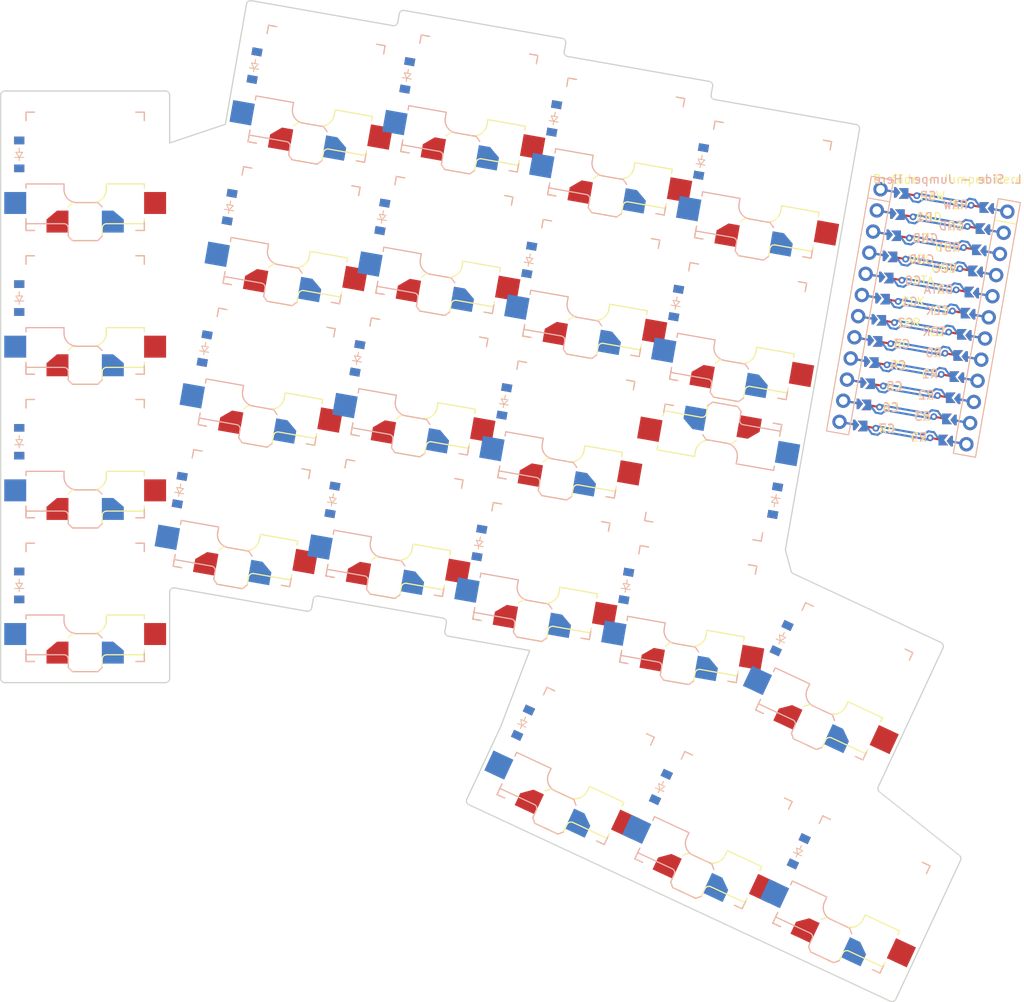
<source format=kicad_pcb>
(kicad_pcb (version 20171130) (host pcbnew 5.1.6)
  (title_block (title deadpoint) (rev v1.0.0) (company Unknown))
  (layers (0 F.Cu signal) (31 B.Cu signal) (34 B.Paste user) (35 F.Paste user) (36 B.SilkS user) (37 F.SilkS user) (38 B.Mask user) (39 F.Mask user) (44 Edge.Cuts user))
  (net 0 "")
  (net 1 "RAW")
  (net 2 "GND")
  (net 3 "RST")
  (net 4 "VCC")
  (net 5 "DATA")
  (net 6 "CLK")
  (net 7 "TPR")
  (net 8 "R0")
  (net 9 "R1")
  (net 10 "R2")
  (net 11 "R3")
  (net 12 "R4")
  (net 13 "SP")
  (net 14 "D1")
  (net 15 "C0")
  (net 16 "C1")
  (net 17 "C2")
  (net 18 "C3")
  (net 19 "C4")
  (net 20 "C5")
  (net 21 "C6")
  (net 22 "C7")
  (net 23 "MCU1_24")
  (net 24 "MCU1_1")
  (net 25 "MCU1_23")
  (net 26 "MCU1_2")
  (net 27 "MCU1_22")
  (net 28 "MCU1_3")
  (net 29 "MCU1_21")
  (net 30 "MCU1_4")
  (net 31 "MCU1_20")
  (net 32 "MCU1_5")
  (net 33 "MCU1_19")
  (net 34 "MCU1_6")
  (net 35 "MCU1_18")
  (net 36 "MCU1_7")
  (net 37 "MCU1_17")
  (net 38 "MCU1_8")
  (net 39 "MCU1_16")
  (net 40 "MCU1_9")
  (net 41 "MCU1_15")
  (net 42 "MCU1_10")
  (net 43 "MCU1_14")
  (net 44 "MCU1_11")
  (net 45 "MCU1_13")
  (net 46 "MCU1_12")
  (net 47 "pinky_bottom")
  (net 48 "pinky_home")
  (net 49 "pinky_top")
  (net 50 "pinky_num")
  (net 51 "ring_bottom")
  (net 52 "ring_home")
  (net 53 "ring_top")
  (net 54 "ring_num")
  (net 55 "middle_bottom")
  (net 56 "middle_home")
  (net 57 "middle_top")
  (net 58 "middle_num")
  (net 59 "index_bottom")
  (net 60 "index_home")
  (net 61 "index_top")
  (net 62 "index_num")
  (net 63 "inner_bottom")
  (net 64 "inner_home")
  (net 65 "inner_top")
  (net 66 "inner_num")
  (net 67 "flexion_lower")
  (net 68 "base_lower")
  (net 69 "base_upper")
  (net 70 "extension_lower")
  (module nice_nano (layer F.Cu) (at 199.40583510000002 64.95998410000001 -10)
    (fp_text reference "MCU1" hide)
    (pad 24 thru_hole circle (at -7.62 -12.7) (size 1.7 1.7) (drill 1) (layers *.Cu *.Mask) (net 23 "MCU1_24"))
    (pad 1 thru_hole circle (at 7.62 -12.7) (size 1.7 1.7) (drill 1) (layers *.Cu *.Mask) (net 24 "MCU1_1"))
    (pad 124 thru_hole circle (at -3.262 -12.7) (size 0.8 0.8) (drill 0.4) (layers *.Cu *.Mask) (net 13 "SP"))
    (pad 1 thru_hole circle (at 3.262 -12.7) (size 0.8 0.8) (drill 0.4) (layers *.Cu *.Mask) (net 1 "RAW"))
    (pad 24 smd custom (at -5.5 -12.7) (size 0.2 0.2) (layers F.Cu F.Mask) (net 23 "MCU1_24") (options (clearance outline) (anchor rect)) (primitives (gr_poly (pts (xy -0.5 -0.625) (xy -0.25 -0.625) (xy 0.25 0) (xy -0.25 0.625) (xy -0.5 0.625)) (width 0))))
    (pad 124 smd custom (at -4.775 -12.7) (size 0.2 0.2) (layers F.Cu F.Mask) (net 13 "SP") (options (clearance outline) (anchor rect)) (primitives (gr_poly (pts (xy -0.65 -0.625) (xy 0.5 -0.625) (xy 0.5 0.625) (xy -0.65 0.625) (xy -0.15 0)) (width 0))))
    (pad 1 smd custom (at 4.775 -12.7 180) (size 0.2 0.2) (layers F.Cu F.Mask) (net 1 "RAW") (options (clearance outline) (anchor rect)) (primitives (gr_poly (pts (xy -0.65 -0.625) (xy 0.5 -0.625) (xy 0.5 0.625) (xy -0.65 0.625) (xy -0.15 0)) (width 0))))
    (pad 1 smd custom (at 5.5 -12.7 180) (size 0.2 0.2) (layers F.Cu F.Mask) (net 24 "MCU1_1") (options (clearance outline) (anchor rect)) (primitives (gr_poly (pts (xy -0.5 -0.625) (xy -0.25 -0.625) (xy 0.25 0) (xy -0.25 0.625) (xy -0.5 0.625)) (width 0))))
    (pad 24 smd custom (at -5.5 -12.7) (size 0.2 0.2) (layers B.Cu B.Mask) (net 23 "MCU1_24") (options (clearance outline) (anchor rect)) (primitives (gr_poly (pts (xy -0.5 0.625) (xy -0.25 0.625) (xy 0.25 0) (xy -0.25 -0.625) (xy -0.5 -0.625)) (width 0))))
    (pad 1 smd custom (at -4.775 -12.7) (size 0.2 0.2) (layers B.Cu B.Mask) (net 1 "RAW") (options (clearance outline) (anchor rect)) (primitives (gr_poly (pts (xy -0.65 0.625) (xy 0.5 0.625) (xy 0.5 -0.625) (xy -0.65 -0.625) (xy -0.15 0)) (width 0))))
    (pad 124 smd custom (at 4.775 -12.7 180) (size 0.2 0.2) (layers B.Cu B.Mask) (net 13 "SP") (options (clearance outline) (anchor rect)) (primitives (gr_poly (pts (xy -0.65 0.625) (xy 0.5 0.625) (xy 0.5 -0.625) (xy -0.65 -0.625) (xy -0.15 0)) (width 0))))
    (pad 1 smd custom (at 5.5 -12.7 180) (size 0.2 0.2) (layers B.Cu B.Mask) (net 24 "MCU1_1") (options (clearance outline) (anchor rect)) (primitives (gr_poly (pts (xy -0.5 0.625) (xy -0.25 0.625) (xy 0.25 0) (xy -0.25 -0.625) (xy -0.5 -0.625)) (width 0))))
    (fp_text user RAW (at -3 -12.7) (layer F.SilkS) (effects (justify left)))
    (fp_text user SP (at 3 -12.7) (layer F.SilkS) (effects (justify right)))
    (fp_text user SP (at -3 -12.7 180) (layer B.SilkS) (effects (justify right mirror)))
    (fp_text user RAW (at 3 -12.7 180) (layer B.SilkS) (effects (justify left mirror)))
    (pad 23 thru_hole circle (at -7.62 -10.16) (size 1.7 1.7) (drill 1) (layers *.Cu *.Mask) (net 25 "MCU1_23"))
    (pad 2 thru_hole circle (at 7.62 -10.16) (size 1.7 1.7) (drill 1) (layers *.Cu *.Mask) (net 26 "MCU1_2"))
    (pad 123 thru_hole circle (at -3.262 -10.16) (size 0.8 0.8) (drill 0.4) (layers *.Cu *.Mask) (net 14 "D1"))
    (pad 2 thru_hole circle (at 3.262 -10.16) (size 0.8 0.8) (drill 0.4) (layers *.Cu *.Mask) (net 2 "GND"))
    (pad 23 smd custom (at -5.5 -10.16) (size 0.2 0.2) (layers F.Cu F.Mask) (net 25 "MCU1_23") (options (clearance outline) (anchor rect)) (primitives (gr_poly (pts (xy -0.5 -0.625) (xy -0.25 -0.625) (xy 0.25 0) (xy -0.25 0.625) (xy -0.5 0.625)) (width 0))))
    (pad 123 smd custom (at -4.775 -10.16) (size 0.2 0.2) (layers F.Cu F.Mask) (net 14 "D1") (options (clearance outline) (anchor rect)) (primitives (gr_poly (pts (xy -0.65 -0.625) (xy 0.5 -0.625) (xy 0.5 0.625) (xy -0.65 0.625) (xy -0.15 0)) (width 0))))
    (pad 2 smd custom (at 4.775 -10.16 180) (size 0.2 0.2) (layers F.Cu F.Mask) (net 2 "GND") (options (clearance outline) (anchor rect)) (primitives (gr_poly (pts (xy -0.65 -0.625) (xy 0.5 -0.625) (xy 0.5 0.625) (xy -0.65 0.625) (xy -0.15 0)) (width 0))))
    (pad 2 smd custom (at 5.5 -10.16 180) (size 0.2 0.2) (layers F.Cu F.Mask) (net 26 "MCU1_2") (options (clearance outline) (anchor rect)) (primitives (gr_poly (pts (xy -0.5 -0.625) (xy -0.25 -0.625) (xy 0.25 0) (xy -0.25 0.625) (xy -0.5 0.625)) (width 0))))
    (pad 23 smd custom (at -5.5 -10.16) (size 0.2 0.2) (layers B.Cu B.Mask) (net 25 "MCU1_23") (options (clearance outline) (anchor rect)) (primitives (gr_poly (pts (xy -0.5 0.625) (xy -0.25 0.625) (xy 0.25 0) (xy -0.25 -0.625) (xy -0.5 -0.625)) (width 0))))
    (pad 2 smd custom (at -4.775 -10.16) (size 0.2 0.2) (layers B.Cu B.Mask) (net 2 "GND") (options (clearance outline) (anchor rect)) (primitives (gr_poly (pts (xy -0.65 0.625) (xy 0.5 0.625) (xy 0.5 -0.625) (xy -0.65 -0.625) (xy -0.15 0)) (width 0))))
    (pad 123 smd custom (at 4.775 -10.16 180) (size 0.2 0.2) (layers B.Cu B.Mask) (net 14 "D1") (options (clearance outline) (anchor rect)) (primitives (gr_poly (pts (xy -0.65 0.625) (xy 0.5 0.625) (xy 0.5 -0.625) (xy -0.65 -0.625) (xy -0.15 0)) (width 0))))
    (pad 2 smd custom (at 5.5 -10.16 180) (size 0.2 0.2) (layers B.Cu B.Mask) (net 26 "MCU1_2") (options (clearance outline) (anchor rect)) (primitives (gr_poly (pts (xy -0.5 0.625) (xy -0.25 0.625) (xy 0.25 0) (xy -0.25 -0.625) (xy -0.5 -0.625)) (width 0))))
    (fp_text user GND (at -3 -10.16) (layer F.SilkS) (effects (justify left)))
    (fp_text user D1 (at 3 -10.16) (layer F.SilkS) (effects (justify right)))
    (fp_text user D1 (at -3 -10.16 180) (layer B.SilkS) (effects (justify right mirror)))
    (fp_text user GND (at 3 -10.16 180) (layer B.SilkS) (effects (justify left mirror)))
    (pad 22 thru_hole circle (at -7.62 -7.619999999999999) (size 1.7 1.7) (drill 1) (layers *.Cu *.Mask) (net 27 "MCU1_22"))
    (pad 3 thru_hole circle (at 7.62 -7.619999999999999) (size 1.7 1.7) (drill 1) (layers *.Cu *.Mask) (net 28 "MCU1_3"))
    (pad 122 thru_hole circle (at -3.262 -7.619999999999999) (size 0.8 0.8) (drill 0.4) (layers *.Cu *.Mask) (net 2 "GND"))
    (pad 3 thru_hole circle (at 3.262 -7.619999999999999) (size 0.8 0.8) (drill 0.4) (layers *.Cu *.Mask) (net 3 "RST"))
    (pad 22 smd custom (at -5.5 -7.619999999999999) (size 0.2 0.2) (layers F.Cu F.Mask) (net 27 "MCU1_22") (options (clearance outline) (anchor rect)) (primitives (gr_poly (pts (xy -0.5 -0.625) (xy -0.25 -0.625) (xy 0.25 0) (xy -0.25 0.625) (xy -0.5 0.625)) (width 0))))
    (pad 122 smd custom (at -4.775 -7.619999999999999) (size 0.2 0.2) (layers F.Cu F.Mask) (net 2 "GND") (options (clearance outline) (anchor rect)) (primitives (gr_poly (pts (xy -0.65 -0.625) (xy 0.5 -0.625) (xy 0.5 0.625) (xy -0.65 0.625) (xy -0.15 0)) (width 0))))
    (pad 3 smd custom (at 4.775 -7.619999999999999 180) (size 0.2 0.2) (layers F.Cu F.Mask) (net 3 "RST") (options (clearance outline) (anchor rect)) (primitives (gr_poly (pts (xy -0.65 -0.625) (xy 0.5 -0.625) (xy 0.5 0.625) (xy -0.65 0.625) (xy -0.15 0)) (width 0))))
    (pad 3 smd custom (at 5.5 -7.619999999999999 180) (size 0.2 0.2) (layers F.Cu F.Mask) (net 28 "MCU1_3") (options (clearance outline) (anchor rect)) (primitives (gr_poly (pts (xy -0.5 -0.625) (xy -0.25 -0.625) (xy 0.25 0) (xy -0.25 0.625) (xy -0.5 0.625)) (width 0))))
    (pad 22 smd custom (at -5.5 -7.619999999999999) (size 0.2 0.2) (layers B.Cu B.Mask) (net 27 "MCU1_22") (options (clearance outline) (anchor rect)) (primitives (gr_poly (pts (xy -0.5 0.625) (xy -0.25 0.625) (xy 0.25 0) (xy -0.25 -0.625) (xy -0.5 -0.625)) (width 0))))
    (pad 3 smd custom (at -4.775 -7.619999999999999) (size 0.2 0.2) (layers B.Cu B.Mask) (net 3 "RST") (options (clearance outline) (anchor rect)) (primitives (gr_poly (pts (xy -0.65 0.625) (xy 0.5 0.625) (xy 0.5 -0.625) (xy -0.65 -0.625) (xy -0.15 0)) (width 0))))
    (pad 122 smd custom (at 4.775 -7.619999999999999 180) (size 0.2 0.2) (layers B.Cu B.Mask) (net 2 "GND") (options (clearance outline) (anchor rect)) (primitives (gr_poly (pts (xy -0.65 0.625) (xy 0.5 0.625) (xy 0.5 -0.625) (xy -0.65 -0.625) (xy -0.15 0)) (width 0))))
    (pad 3 smd custom (at 5.5 -7.619999999999999 180) (size 0.2 0.2) (layers B.Cu B.Mask) (net 28 "MCU1_3") (options (clearance outline) (anchor rect)) (primitives (gr_poly (pts (xy -0.5 0.625) (xy -0.25 0.625) (xy 0.25 0) (xy -0.25 -0.625) (xy -0.5 -0.625)) (width 0))))
    (fp_text user RST (at -3 -7.619999999999999) (layer F.SilkS) (effects (justify left)))
    (fp_text user GND (at 3 -7.619999999999999) (layer F.SilkS) (effects (justify right)))
    (fp_text user GND (at -3 -7.619999999999999 180) (layer B.SilkS) (effects (justify right mirror)))
    (fp_text user RST (at 3 -7.619999999999999 180) (layer B.SilkS) (effects (justify left mirror)))
    (pad 21 thru_hole circle (at -7.62 -5.079999999999999) (size 1.7 1.7) (drill 1) (layers *.Cu *.Mask) (net 29 "MCU1_21"))
    (pad 4 thru_hole circle (at 7.62 -5.079999999999999) (size 1.7 1.7) (drill 1) (layers *.Cu *.Mask) (net 30 "MCU1_4"))
    (pad 121 thru_hole circle (at -3.262 -5.079999999999999) (size 0.8 0.8) (drill 0.4) (layers *.Cu *.Mask) (net 2 "GND"))
    (pad 4 thru_hole circle (at 3.262 -5.079999999999999) (size 0.8 0.8) (drill 0.4) (layers *.Cu *.Mask) (net 4 "VCC"))
    (pad 21 smd custom (at -5.5 -5.079999999999999) (size 0.2 0.2) (layers F.Cu F.Mask) (net 29 "MCU1_21") (options (clearance outline) (anchor rect)) (primitives (gr_poly (pts (xy -0.5 -0.625) (xy -0.25 -0.625) (xy 0.25 0) (xy -0.25 0.625) (xy -0.5 0.625)) (width 0))))
    (pad 121 smd custom (at -4.775 -5.079999999999999) (size 0.2 0.2) (layers F.Cu F.Mask) (net 2 "GND") (options (clearance outline) (anchor rect)) (primitives (gr_poly (pts (xy -0.65 -0.625) (xy 0.5 -0.625) (xy 0.5 0.625) (xy -0.65 0.625) (xy -0.15 0)) (width 0))))
    (pad 4 smd custom (at 4.775 -5.079999999999999 180) (size 0.2 0.2) (layers F.Cu F.Mask) (net 4 "VCC") (options (clearance outline) (anchor rect)) (primitives (gr_poly (pts (xy -0.65 -0.625) (xy 0.5 -0.625) (xy 0.5 0.625) (xy -0.65 0.625) (xy -0.15 0)) (width 0))))
    (pad 4 smd custom (at 5.5 -5.079999999999999 180) (size 0.2 0.2) (layers F.Cu F.Mask) (net 30 "MCU1_4") (options (clearance outline) (anchor rect)) (primitives (gr_poly (pts (xy -0.5 -0.625) (xy -0.25 -0.625) (xy 0.25 0) (xy -0.25 0.625) (xy -0.5 0.625)) (width 0))))
    (pad 21 smd custom (at -5.5 -5.079999999999999) (size 0.2 0.2) (layers B.Cu B.Mask) (net 29 "MCU1_21") (options (clearance outline) (anchor rect)) (primitives (gr_poly (pts (xy -0.5 0.625) (xy -0.25 0.625) (xy 0.25 0) (xy -0.25 -0.625) (xy -0.5 -0.625)) (width 0))))
    (pad 4 smd custom (at -4.775 -5.079999999999999) (size 0.2 0.2) (layers B.Cu B.Mask) (net 4 "VCC") (options (clearance outline) (anchor rect)) (primitives (gr_poly (pts (xy -0.65 0.625) (xy 0.5 0.625) (xy 0.5 -0.625) (xy -0.65 -0.625) (xy -0.15 0)) (width 0))))
    (pad 121 smd custom (at 4.775 -5.079999999999999 180) (size 0.2 0.2) (layers B.Cu B.Mask) (net 2 "GND") (options (clearance outline) (anchor rect)) (primitives (gr_poly (pts (xy -0.65 0.625) (xy 0.5 0.625) (xy 0.5 -0.625) (xy -0.65 -0.625) (xy -0.15 0)) (width 0))))
    (pad 4 smd custom (at 5.5 -5.079999999999999 180) (size 0.2 0.2) (layers B.Cu B.Mask) (net 30 "MCU1_4") (options (clearance outline) (anchor rect)) (primitives (gr_poly (pts (xy -0.5 0.625) (xy -0.25 0.625) (xy 0.25 0) (xy -0.25 -0.625) (xy -0.5 -0.625)) (width 0))))
    (fp_text user VCC (at -3 -5.079999999999999) (layer F.SilkS) (effects (justify left)))
    (fp_text user GND (at 3 -5.079999999999999) (layer F.SilkS) (effects (justify right)))
    (fp_text user GND (at -3 -5.079999999999999 180) (layer B.SilkS) (effects (justify right mirror)))
    (fp_text user VCC (at 3 -5.079999999999999 180) (layer B.SilkS) (effects (justify left mirror)))
    (pad 20 thru_hole circle (at -7.62 -2.539999999999999) (size 1.7 1.7) (drill 1) (layers *.Cu *.Mask) (net 31 "MCU1_20"))
    (pad 5 thru_hole circle (at 7.62 -2.539999999999999) (size 1.7 1.7) (drill 1) (layers *.Cu *.Mask) (net 32 "MCU1_5"))
    (pad 120 thru_hole circle (at -3.262 -2.539999999999999) (size 0.8 0.8) (drill 0.4) (layers *.Cu *.Mask) (net 15 "C0"))
    (pad 5 thru_hole circle (at 3.262 -2.539999999999999) (size 0.8 0.8) (drill 0.4) (layers *.Cu *.Mask) (net 5 "DATA"))
    (pad 20 smd custom (at -5.5 -2.539999999999999) (size 0.2 0.2) (layers F.Cu F.Mask) (net 31 "MCU1_20") (options (clearance outline) (anchor rect)) (primitives (gr_poly (pts (xy -0.5 -0.625) (xy -0.25 -0.625) (xy 0.25 0) (xy -0.25 0.625) (xy -0.5 0.625)) (width 0))))
    (pad 120 smd custom (at -4.775 -2.539999999999999) (size 0.2 0.2) (layers F.Cu F.Mask) (net 15 "C0") (options (clearance outline) (anchor rect)) (primitives (gr_poly (pts (xy -0.65 -0.625) (xy 0.5 -0.625) (xy 0.5 0.625) (xy -0.65 0.625) (xy -0.15 0)) (width 0))))
    (pad 5 smd custom (at 4.775 -2.539999999999999 180) (size 0.2 0.2) (layers F.Cu F.Mask) (net 5 "DATA") (options (clearance outline) (anchor rect)) (primitives (gr_poly (pts (xy -0.65 -0.625) (xy 0.5 -0.625) (xy 0.5 0.625) (xy -0.65 0.625) (xy -0.15 0)) (width 0))))
    (pad 5 smd custom (at 5.5 -2.539999999999999 180) (size 0.2 0.2) (layers F.Cu F.Mask) (net 32 "MCU1_5") (options (clearance outline) (anchor rect)) (primitives (gr_poly (pts (xy -0.5 -0.625) (xy -0.25 -0.625) (xy 0.25 0) (xy -0.25 0.625) (xy -0.5 0.625)) (width 0))))
    (pad 20 smd custom (at -5.5 -2.539999999999999) (size 0.2 0.2) (layers B.Cu B.Mask) (net 31 "MCU1_20") (options (clearance outline) (anchor rect)) (primitives (gr_poly (pts (xy -0.5 0.625) (xy -0.25 0.625) (xy 0.25 0) (xy -0.25 -0.625) (xy -0.5 -0.625)) (width 0))))
    (pad 5 smd custom (at -4.775 -2.539999999999999) (size 0.2 0.2) (layers B.Cu B.Mask) (net 5 "DATA") (options (clearance outline) (anchor rect)) (primitives (gr_poly (pts (xy -0.65 0.625) (xy 0.5 0.625) (xy 0.5 -0.625) (xy -0.65 -0.625) (xy -0.15 0)) (width 0))))
    (pad 120 smd custom (at 4.775 -2.539999999999999 180) (size 0.2 0.2) (layers B.Cu B.Mask) (net 15 "C0") (options (clearance outline) (anchor rect)) (primitives (gr_poly (pts (xy -0.65 0.625) (xy 0.5 0.625) (xy 0.5 -0.625) (xy -0.65 -0.625) (xy -0.15 0)) (width 0))))
    (pad 5 smd custom (at 5.5 -2.539999999999999 180) (size 0.2 0.2) (layers B.Cu B.Mask) (net 32 "MCU1_5") (options (clearance outline) (anchor rect)) (primitives (gr_poly (pts (xy -0.5 0.625) (xy -0.25 0.625) (xy 0.25 0) (xy -0.25 -0.625) (xy -0.5 -0.625)) (width 0))))
    (fp_text user DATA (at -3 -2.539999999999999) (layer F.SilkS) (effects (justify left)))
    (fp_text user C0 (at 3 -2.539999999999999) (layer F.SilkS) (effects (justify right)))
    (fp_text user C0 (at -3 -2.539999999999999 180) (layer B.SilkS) (effects (justify right mirror)))
    (fp_text user DATA (at 3 -2.539999999999999 180) (layer B.SilkS) (effects (justify left mirror)))
    (pad 19 thru_hole circle (at -7.62 0) (size 1.7 1.7) (drill 1) (layers *.Cu *.Mask) (net 33 "MCU1_19"))
    (pad 6 thru_hole circle (at 7.62 0) (size 1.7 1.7) (drill 1) (layers *.Cu *.Mask) (net 34 "MCU1_6"))
    (pad 119 thru_hole circle (at -3.262 0) (size 0.8 0.8) (drill 0.4) (layers *.Cu *.Mask) (net 16 "C1"))
    (pad 6 thru_hole circle (at 3.262 0) (size 0.8 0.8) (drill 0.4) (layers *.Cu *.Mask) (net 6 "CLK"))
    (pad 19 smd custom (at -5.5 0) (size 0.2 0.2) (layers F.Cu F.Mask) (net 33 "MCU1_19") (options (clearance outline) (anchor rect)) (primitives (gr_poly (pts (xy -0.5 -0.625) (xy -0.25 -0.625) (xy 0.25 0) (xy -0.25 0.625) (xy -0.5 0.625)) (width 0))))
    (pad 119 smd custom (at -4.775 0) (size 0.2 0.2) (layers F.Cu F.Mask) (net 16 "C1") (options (clearance outline) (anchor rect)) (primitives (gr_poly (pts (xy -0.65 -0.625) (xy 0.5 -0.625) (xy 0.5 0.625) (xy -0.65 0.625) (xy -0.15 0)) (width 0))))
    (pad 6 smd custom (at 4.775 0 180) (size 0.2 0.2) (layers F.Cu F.Mask) (net 6 "CLK") (options (clearance outline) (anchor rect)) (primitives (gr_poly (pts (xy -0.65 -0.625) (xy 0.5 -0.625) (xy 0.5 0.625) (xy -0.65 0.625) (xy -0.15 0)) (width 0))))
    (pad 6 smd custom (at 5.5 0 180) (size 0.2 0.2) (layers F.Cu F.Mask) (net 34 "MCU1_6") (options (clearance outline) (anchor rect)) (primitives (gr_poly (pts (xy -0.5 -0.625) (xy -0.25 -0.625) (xy 0.25 0) (xy -0.25 0.625) (xy -0.5 0.625)) (width 0))))
    (pad 19 smd custom (at -5.5 0) (size 0.2 0.2) (layers B.Cu B.Mask) (net 33 "MCU1_19") (options (clearance outline) (anchor rect)) (primitives (gr_poly (pts (xy -0.5 0.625) (xy -0.25 0.625) (xy 0.25 0) (xy -0.25 -0.625) (xy -0.5 -0.625)) (width 0))))
    (pad 6 smd custom (at -4.775 0) (size 0.2 0.2) (layers B.Cu B.Mask) (net 6 "CLK") (options (clearance outline) (anchor rect)) (primitives (gr_poly (pts (xy -0.65 0.625) (xy 0.5 0.625) (xy 0.5 -0.625) (xy -0.65 -0.625) (xy -0.15 0)) (width 0))))
    (pad 119 smd custom (at 4.775 0 180) (size 0.2 0.2) (layers B.Cu B.Mask) (net 16 "C1") (options (clearance outline) (anchor rect)) (primitives (gr_poly (pts (xy -0.65 0.625) (xy 0.5 0.625) (xy 0.5 -0.625) (xy -0.65 -0.625) (xy -0.15 0)) (width 0))))
    (pad 6 smd custom (at 5.5 0 180) (size 0.2 0.2) (layers B.Cu B.Mask) (net 34 "MCU1_6") (options (clearance outline) (anchor rect)) (primitives (gr_poly (pts (xy -0.5 0.625) (xy -0.25 0.625) (xy 0.25 0) (xy -0.25 -0.625) (xy -0.5 -0.625)) (width 0))))
    (fp_text user CLK (at -3 0) (layer F.SilkS) (effects (justify left)))
    (fp_text user C1 (at 3 0) (layer F.SilkS) (effects (justify right)))
    (fp_text user C1 (at -3 0 180) (layer B.SilkS) (effects (justify right mirror)))
    (fp_text user CLK (at 3 0 180) (layer B.SilkS) (effects (justify left mirror)))
    (pad 18 thru_hole circle (at -7.62 2.540000000000001) (size 1.7 1.7) (drill 1) (layers *.Cu *.Mask) (net 35 "MCU1_18"))
    (pad 7 thru_hole circle (at 7.62 2.540000000000001) (size 1.7 1.7) (drill 1) (layers *.Cu *.Mask) (net 36 "MCU1_7"))
    (pad 118 thru_hole circle (at -3.262 2.540000000000001) (size 0.8 0.8) (drill 0.4) (layers *.Cu *.Mask) (net 17 "C2"))
    (pad 7 thru_hole circle (at 3.262 2.540000000000001) (size 0.8 0.8) (drill 0.4) (layers *.Cu *.Mask) (net 7 "TPR"))
    (pad 18 smd custom (at -5.5 2.540000000000001) (size 0.2 0.2) (layers F.Cu F.Mask) (net 35 "MCU1_18") (options (clearance outline) (anchor rect)) (primitives (gr_poly (pts (xy -0.5 -0.625) (xy -0.25 -0.625) (xy 0.25 0) (xy -0.25 0.625) (xy -0.5 0.625)) (width 0))))
    (pad 118 smd custom (at -4.775 2.540000000000001) (size 0.2 0.2) (layers F.Cu F.Mask) (net 17 "C2") (options (clearance outline) (anchor rect)) (primitives (gr_poly (pts (xy -0.65 -0.625) (xy 0.5 -0.625) (xy 0.5 0.625) (xy -0.65 0.625) (xy -0.15 0)) (width 0))))
    (pad 7 smd custom (at 4.775 2.540000000000001 180) (size 0.2 0.2) (layers F.Cu F.Mask) (net 7 "TPR") (options (clearance outline) (anchor rect)) (primitives (gr_poly (pts (xy -0.65 -0.625) (xy 0.5 -0.625) (xy 0.5 0.625) (xy -0.65 0.625) (xy -0.15 0)) (width 0))))
    (pad 7 smd custom (at 5.5 2.540000000000001 180) (size 0.2 0.2) (layers F.Cu F.Mask) (net 36 "MCU1_7") (options (clearance outline) (anchor rect)) (primitives (gr_poly (pts (xy -0.5 -0.625) (xy -0.25 -0.625) (xy 0.25 0) (xy -0.25 0.625) (xy -0.5 0.625)) (width 0))))
    (pad 18 smd custom (at -5.5 2.540000000000001) (size 0.2 0.2) (layers B.Cu B.Mask) (net 35 "MCU1_18") (options (clearance outline) (anchor rect)) (primitives (gr_poly (pts (xy -0.5 0.625) (xy -0.25 0.625) (xy 0.25 0) (xy -0.25 -0.625) (xy -0.5 -0.625)) (width 0))))
    (pad 7 smd custom (at -4.775 2.540000000000001) (size 0.2 0.2) (layers B.Cu B.Mask) (net 7 "TPR") (options (clearance outline) (anchor rect)) (primitives (gr_poly (pts (xy -0.65 0.625) (xy 0.5 0.625) (xy 0.5 -0.625) (xy -0.65 -0.625) (xy -0.15 0)) (width 0))))
    (pad 118 smd custom (at 4.775 2.540000000000001 180) (size 0.2 0.2) (layers B.Cu B.Mask) (net 17 "C2") (options (clearance outline) (anchor rect)) (primitives (gr_poly (pts (xy -0.65 0.625) (xy 0.5 0.625) (xy 0.5 -0.625) (xy -0.65 -0.625) (xy -0.15 0)) (width 0))))
    (pad 7 smd custom (at 5.5 2.540000000000001 180) (size 0.2 0.2) (layers B.Cu B.Mask) (net 36 "MCU1_7") (options (clearance outline) (anchor rect)) (primitives (gr_poly (pts (xy -0.5 0.625) (xy -0.25 0.625) (xy 0.25 0) (xy -0.25 -0.625) (xy -0.5 -0.625)) (width 0))))
    (fp_text user TPR (at -3 2.540000000000001) (layer F.SilkS) (effects (justify left)))
    (fp_text user C2 (at 3 2.540000000000001) (layer F.SilkS) (effects (justify right)))
    (fp_text user C2 (at -3 2.540000000000001 180) (layer B.SilkS) (effects (justify right mirror)))
    (fp_text user TPR (at 3 2.540000000000001 180) (layer B.SilkS) (effects (justify left mirror)))
    (pad 17 thru_hole circle (at -7.62 5.080000000000002) (size 1.7 1.7) (drill 1) (layers *.Cu *.Mask) (net 37 "MCU1_17"))
    (pad 8 thru_hole circle (at 7.62 5.080000000000002) (size 1.7 1.7) (drill 1) (layers *.Cu *.Mask) (net 38 "MCU1_8"))
    (pad 117 thru_hole circle (at -3.262 5.080000000000002) (size 0.8 0.8) (drill 0.4) (layers *.Cu *.Mask) (net 18 "C3"))
    (pad 8 thru_hole circle (at 3.262 5.080000000000002) (size 0.8 0.8) (drill 0.4) (layers *.Cu *.Mask) (net 8 "R0"))
    (pad 17 smd custom (at -5.5 5.080000000000002) (size 0.2 0.2) (layers F.Cu F.Mask) (net 37 "MCU1_17") (options (clearance outline) (anchor rect)) (primitives (gr_poly (pts (xy -0.5 -0.625) (xy -0.25 -0.625) (xy 0.25 0) (xy -0.25 0.625) (xy -0.5 0.625)) (width 0))))
    (pad 117 smd custom (at -4.775 5.080000000000002) (size 0.2 0.2) (layers F.Cu F.Mask) (net 18 "C3") (options (clearance outline) (anchor rect)) (primitives (gr_poly (pts (xy -0.65 -0.625) (xy 0.5 -0.625) (xy 0.5 0.625) (xy -0.65 0.625) (xy -0.15 0)) (width 0))))
    (pad 8 smd custom (at 4.775 5.080000000000002 180) (size 0.2 0.2) (layers F.Cu F.Mask) (net 8 "R0") (options (clearance outline) (anchor rect)) (primitives (gr_poly (pts (xy -0.65 -0.625) (xy 0.5 -0.625) (xy 0.5 0.625) (xy -0.65 0.625) (xy -0.15 0)) (width 0))))
    (pad 8 smd custom (at 5.5 5.080000000000002 180) (size 0.2 0.2) (layers F.Cu F.Mask) (net 38 "MCU1_8") (options (clearance outline) (anchor rect)) (primitives (gr_poly (pts (xy -0.5 -0.625) (xy -0.25 -0.625) (xy 0.25 0) (xy -0.25 0.625) (xy -0.5 0.625)) (width 0))))
    (pad 17 smd custom (at -5.5 5.080000000000002) (size 0.2 0.2) (layers B.Cu B.Mask) (net 37 "MCU1_17") (options (clearance outline) (anchor rect)) (primitives (gr_poly (pts (xy -0.5 0.625) (xy -0.25 0.625) (xy 0.25 0) (xy -0.25 -0.625) (xy -0.5 -0.625)) (width 0))))
    (pad 8 smd custom (at -4.775 5.080000000000002) (size 0.2 0.2) (layers B.Cu B.Mask) (net 8 "R0") (options (clearance outline) (anchor rect)) (primitives (gr_poly (pts (xy -0.65 0.625) (xy 0.5 0.625) (xy 0.5 -0.625) (xy -0.65 -0.625) (xy -0.15 0)) (width 0))))
    (pad 117 smd custom (at 4.775 5.080000000000002 180) (size 0.2 0.2) (layers B.Cu B.Mask) (net 18 "C3") (options (clearance outline) (anchor rect)) (primitives (gr_poly (pts (xy -0.65 0.625) (xy 0.5 0.625) (xy 0.5 -0.625) (xy -0.65 -0.625) (xy -0.15 0)) (width 0))))
    (pad 8 smd custom (at 5.5 5.080000000000002 180) (size 0.2 0.2) (layers B.Cu B.Mask) (net 38 "MCU1_8") (options (clearance outline) (anchor rect)) (primitives (gr_poly (pts (xy -0.5 0.625) (xy -0.25 0.625) (xy 0.25 0) (xy -0.25 -0.625) (xy -0.5 -0.625)) (width 0))))
    (fp_text user R0 (at -3 5.080000000000002) (layer F.SilkS) (effects (justify left)))
    (fp_text user C3 (at 3 5.080000000000002) (layer F.SilkS) (effects (justify right)))
    (fp_text user C3 (at -3 5.080000000000002 180) (layer B.SilkS) (effects (justify right mirror)))
    (fp_text user R0 (at 3 5.080000000000002 180) (layer B.SilkS) (effects (justify left mirror)))
    (pad 16 thru_hole circle (at -7.62 7.620000000000001) (size 1.7 1.7) (drill 1) (layers *.Cu *.Mask) (net 39 "MCU1_16"))
    (pad 9 thru_hole circle (at 7.62 7.620000000000001) (size 1.7 1.7) (drill 1) (layers *.Cu *.Mask) (net 40 "MCU1_9"))
    (pad 116 thru_hole circle (at -3.262 7.620000000000001) (size 0.8 0.8) (drill 0.4) (layers *.Cu *.Mask) (net 19 "C4"))
    (pad 9 thru_hole circle (at 3.262 7.620000000000001) (size 0.8 0.8) (drill 0.4) (layers *.Cu *.Mask) (net 9 "R1"))
    (pad 16 smd custom (at -5.5 7.620000000000001) (size 0.2 0.2) (layers F.Cu F.Mask) (net 39 "MCU1_16") (options (clearance outline) (anchor rect)) (primitives (gr_poly (pts (xy -0.5 -0.625) (xy -0.25 -0.625) (xy 0.25 0) (xy -0.25 0.625) (xy -0.5 0.625)) (width 0))))
    (pad 116 smd custom (at -4.775 7.620000000000001) (size 0.2 0.2) (layers F.Cu F.Mask) (net 19 "C4") (options (clearance outline) (anchor rect)) (primitives (gr_poly (pts (xy -0.65 -0.625) (xy 0.5 -0.625) (xy 0.5 0.625) (xy -0.65 0.625) (xy -0.15 0)) (width 0))))
    (pad 9 smd custom (at 4.775 7.620000000000001 180) (size 0.2 0.2) (layers F.Cu F.Mask) (net 9 "R1") (options (clearance outline) (anchor rect)) (primitives (gr_poly (pts (xy -0.65 -0.625) (xy 0.5 -0.625) (xy 0.5 0.625) (xy -0.65 0.625) (xy -0.15 0)) (width 0))))
    (pad 9 smd custom (at 5.5 7.620000000000001 180) (size 0.2 0.2) (layers F.Cu F.Mask) (net 40 "MCU1_9") (options (clearance outline) (anchor rect)) (primitives (gr_poly (pts (xy -0.5 -0.625) (xy -0.25 -0.625) (xy 0.25 0) (xy -0.25 0.625) (xy -0.5 0.625)) (width 0))))
    (pad 16 smd custom (at -5.5 7.620000000000001) (size 0.2 0.2) (layers B.Cu B.Mask) (net 39 "MCU1_16") (options (clearance outline) (anchor rect)) (primitives (gr_poly (pts (xy -0.5 0.625) (xy -0.25 0.625) (xy 0.25 0) (xy -0.25 -0.625) (xy -0.5 -0.625)) (width 0))))
    (pad 9 smd custom (at -4.775 7.620000000000001) (size 0.2 0.2) (layers B.Cu B.Mask) (net 9 "R1") (options (clearance outline) (anchor rect)) (primitives (gr_poly (pts (xy -0.65 0.625) (xy 0.5 0.625) (xy 0.5 -0.625) (xy -0.65 -0.625) (xy -0.15 0)) (width 0))))
    (pad 116 smd custom (at 4.775 7.620000000000001 180) (size 0.2 0.2) (layers B.Cu B.Mask) (net 19 "C4") (options (clearance outline) (anchor rect)) (primitives (gr_poly (pts (xy -0.65 0.625) (xy 0.5 0.625) (xy 0.5 -0.625) (xy -0.65 -0.625) (xy -0.15 0)) (width 0))))
    (pad 9 smd custom (at 5.5 7.620000000000001 180) (size 0.2 0.2) (layers B.Cu B.Mask) (net 40 "MCU1_9") (options (clearance outline) (anchor rect)) (primitives (gr_poly (pts (xy -0.5 0.625) (xy -0.25 0.625) (xy 0.25 0) (xy -0.25 -0.625) (xy -0.5 -0.625)) (width 0))))
    (fp_text user R1 (at -3 7.620000000000001) (layer F.SilkS) (effects (justify left)))
    (fp_text user C4 (at 3 7.620000000000001) (layer F.SilkS) (effects (justify right)))
    (fp_text user C4 (at -3 7.620000000000001 180) (layer B.SilkS) (effects (justify right mirror)))
    (fp_text user R1 (at 3 7.620000000000001 180) (layer B.SilkS) (effects (justify left mirror)))
    (pad 15 thru_hole circle (at -7.62 10.16) (size 1.7 1.7) (drill 1) (layers *.Cu *.Mask) (net 41 "MCU1_15"))
    (pad 10 thru_hole circle (at 7.62 10.16) (size 1.7 1.7) (drill 1) (layers *.Cu *.Mask) (net 42 "MCU1_10"))
    (pad 115 thru_hole circle (at -3.262 10.16) (size 0.8 0.8) (drill 0.4) (layers *.Cu *.Mask) (net 20 "C5"))
    (pad 10 thru_hole circle (at 3.262 10.16) (size 0.8 0.8) (drill 0.4) (layers *.Cu *.Mask) (net 10 "R2"))
    (pad 15 smd custom (at -5.5 10.16) (size 0.2 0.2) (layers F.Cu F.Mask) (net 41 "MCU1_15") (options (clearance outline) (anchor rect)) (primitives (gr_poly (pts (xy -0.5 -0.625) (xy -0.25 -0.625) (xy 0.25 0) (xy -0.25 0.625) (xy -0.5 0.625)) (width 0))))
    (pad 115 smd custom (at -4.775 10.16) (size 0.2 0.2) (layers F.Cu F.Mask) (net 20 "C5") (options (clearance outline) (anchor rect)) (primitives (gr_poly (pts (xy -0.65 -0.625) (xy 0.5 -0.625) (xy 0.5 0.625) (xy -0.65 0.625) (xy -0.15 0)) (width 0))))
    (pad 10 smd custom (at 4.775 10.16 180) (size 0.2 0.2) (layers F.Cu F.Mask) (net 10 "R2") (options (clearance outline) (anchor rect)) (primitives (gr_poly (pts (xy -0.65 -0.625) (xy 0.5 -0.625) (xy 0.5 0.625) (xy -0.65 0.625) (xy -0.15 0)) (width 0))))
    (pad 10 smd custom (at 5.5 10.16 180) (size 0.2 0.2) (layers F.Cu F.Mask) (net 42 "MCU1_10") (options (clearance outline) (anchor rect)) (primitives (gr_poly (pts (xy -0.5 -0.625) (xy -0.25 -0.625) (xy 0.25 0) (xy -0.25 0.625) (xy -0.5 0.625)) (width 0))))
    (pad 15 smd custom (at -5.5 10.16) (size 0.2 0.2) (layers B.Cu B.Mask) (net 41 "MCU1_15") (options (clearance outline) (anchor rect)) (primitives (gr_poly (pts (xy -0.5 0.625) (xy -0.25 0.625) (xy 0.25 0) (xy -0.25 -0.625) (xy -0.5 -0.625)) (width 0))))
    (pad 10 smd custom (at -4.775 10.16) (size 0.2 0.2) (layers B.Cu B.Mask) (net 10 "R2") (options (clearance outline) (anchor rect)) (primitives (gr_poly (pts (xy -0.65 0.625) (xy 0.5 0.625) (xy 0.5 -0.625) (xy -0.65 -0.625) (xy -0.15 0)) (width 0))))
    (pad 115 smd custom (at 4.775 10.16 180) (size 0.2 0.2) (layers B.Cu B.Mask) (net 20 "C5") (options (clearance outline) (anchor rect)) (primitives (gr_poly (pts (xy -0.65 0.625) (xy 0.5 0.625) (xy 0.5 -0.625) (xy -0.65 -0.625) (xy -0.15 0)) (width 0))))
    (pad 10 smd custom (at 5.5 10.16 180) (size 0.2 0.2) (layers B.Cu B.Mask) (net 42 "MCU1_10") (options (clearance outline) (anchor rect)) (primitives (gr_poly (pts (xy -0.5 0.625) (xy -0.25 0.625) (xy 0.25 0) (xy -0.25 -0.625) (xy -0.5 -0.625)) (width 0))))
    (fp_text user R2 (at -3 10.16) (layer F.SilkS) (effects (justify left)))
    (fp_text user C5 (at 3 10.16) (layer F.SilkS) (effects (justify right)))
    (fp_text user C5 (at -3 10.16 180) (layer B.SilkS) (effects (justify right mirror)))
    (fp_text user R2 (at 3 10.16 180) (layer B.SilkS) (effects (justify left mirror)))
    (pad 14 thru_hole circle (at -7.62 12.7) (size 1.7 1.7) (drill 1) (layers *.Cu *.Mask) (net 43 "MCU1_14"))
    (pad 11 thru_hole circle (at 7.62 12.7) (size 1.7 1.7) (drill 1) (layers *.Cu *.Mask) (net 44 "MCU1_11"))
    (pad 114 thru_hole circle (at -3.262 12.7) (size 0.8 0.8) (drill 0.4) (layers *.Cu *.Mask) (net 21 "C6"))
    (pad 11 thru_hole circle (at 3.262 12.7) (size 0.8 0.8) (drill 0.4) (layers *.Cu *.Mask) (net 11 "R3"))
    (pad 14 smd custom (at -5.5 12.7) (size 0.2 0.2) (layers F.Cu F.Mask) (net 43 "MCU1_14") (options (clearance outline) (anchor rect)) (primitives (gr_poly (pts (xy -0.5 -0.625) (xy -0.25 -0.625) (xy 0.25 0) (xy -0.25 0.625) (xy -0.5 0.625)) (width 0))))
    (pad 114 smd custom (at -4.775 12.7) (size 0.2 0.2) (layers F.Cu F.Mask) (net 21 "C6") (options (clearance outline) (anchor rect)) (primitives (gr_poly (pts (xy -0.65 -0.625) (xy 0.5 -0.625) (xy 0.5 0.625) (xy -0.65 0.625) (xy -0.15 0)) (width 0))))
    (pad 11 smd custom (at 4.775 12.7 180) (size 0.2 0.2) (layers F.Cu F.Mask) (net 11 "R3") (options (clearance outline) (anchor rect)) (primitives (gr_poly (pts (xy -0.65 -0.625) (xy 0.5 -0.625) (xy 0.5 0.625) (xy -0.65 0.625) (xy -0.15 0)) (width 0))))
    (pad 11 smd custom (at 5.5 12.7 180) (size 0.2 0.2) (layers F.Cu F.Mask) (net 44 "MCU1_11") (options (clearance outline) (anchor rect)) (primitives (gr_poly (pts (xy -0.5 -0.625) (xy -0.25 -0.625) (xy 0.25 0) (xy -0.25 0.625) (xy -0.5 0.625)) (width 0))))
    (pad 14 smd custom (at -5.5 12.7) (size 0.2 0.2) (layers B.Cu B.Mask) (net 43 "MCU1_14") (options (clearance outline) (anchor rect)) (primitives (gr_poly (pts (xy -0.5 0.625) (xy -0.25 0.625) (xy 0.25 0) (xy -0.25 -0.625) (xy -0.5 -0.625)) (width 0))))
    (pad 11 smd custom (at -4.775 12.7) (size 0.2 0.2) (layers B.Cu B.Mask) (net 11 "R3") (options (clearance outline) (anchor rect)) (primitives (gr_poly (pts (xy -0.65 0.625) (xy 0.5 0.625) (xy 0.5 -0.625) (xy -0.65 -0.625) (xy -0.15 0)) (width 0))))
    (pad 114 smd custom (at 4.775 12.7 180) (size 0.2 0.2) (layers B.Cu B.Mask) (net 21 "C6") (options (clearance outline) (anchor rect)) (primitives (gr_poly (pts (xy -0.65 0.625) (xy 0.5 0.625) (xy 0.5 -0.625) (xy -0.65 -0.625) (xy -0.15 0)) (width 0))))
    (pad 11 smd custom (at 5.5 12.7 180) (size 0.2 0.2) (layers B.Cu B.Mask) (net 44 "MCU1_11") (options (clearance outline) (anchor rect)) (primitives (gr_poly (pts (xy -0.5 0.625) (xy -0.25 0.625) (xy 0.25 0) (xy -0.25 -0.625) (xy -0.5 -0.625)) (width 0))))
    (fp_text user R3 (at -3 12.7) (layer F.SilkS) (effects (justify left)))
    (fp_text user C6 (at 3 12.7) (layer F.SilkS) (effects (justify right)))
    (fp_text user C6 (at -3 12.7 180) (layer B.SilkS) (effects (justify right mirror)))
    (fp_text user R3 (at 3 12.7 180) (layer B.SilkS) (effects (justify left mirror)))
    (pad 13 thru_hole circle (at -7.62 15.240000000000002) (size 1.7 1.7) (drill 1) (layers *.Cu *.Mask) (net 45 "MCU1_13"))
    (pad 12 thru_hole circle (at 7.62 15.240000000000002) (size 1.7 1.7) (drill 1) (layers *.Cu *.Mask) (net 46 "MCU1_12"))
    (pad 113 thru_hole circle (at -3.262 15.240000000000002) (size 0.8 0.8) (drill 0.4) (layers *.Cu *.Mask) (net 22 "C7"))
    (pad 12 thru_hole circle (at 3.262 15.240000000000002) (size 0.8 0.8) (drill 0.4) (layers *.Cu *.Mask) (net 12 "R4"))
    (pad 13 smd custom (at -5.5 15.240000000000002) (size 0.2 0.2) (layers F.Cu F.Mask) (net 45 "MCU1_13") (options (clearance outline) (anchor rect)) (primitives (gr_poly (pts (xy -0.5 -0.625) (xy -0.25 -0.625) (xy 0.25 0) (xy -0.25 0.625) (xy -0.5 0.625)) (width 0))))
    (pad 113 smd custom (at -4.775 15.240000000000002) (size 0.2 0.2) (layers F.Cu F.Mask) (net 22 "C7") (options (clearance outline) (anchor rect)) (primitives (gr_poly (pts (xy -0.65 -0.625) (xy 0.5 -0.625) (xy 0.5 0.625) (xy -0.65 0.625) (xy -0.15 0)) (width 0))))
    (pad 12 smd custom (at 4.775 15.240000000000002 180) (size 0.2 0.2) (layers F.Cu F.Mask) (net 12 "R4") (options (clearance outline) (anchor rect)) (primitives (gr_poly (pts (xy -0.65 -0.625) (xy 0.5 -0.625) (xy 0.5 0.625) (xy -0.65 0.625) (xy -0.15 0)) (width 0))))
    (pad 12 smd custom (at 5.5 15.240000000000002 180) (size 0.2 0.2) (layers F.Cu F.Mask) (net 46 "MCU1_12") (options (clearance outline) (anchor rect)) (primitives (gr_poly (pts (xy -0.5 -0.625) (xy -0.25 -0.625) (xy 0.25 0) (xy -0.25 0.625) (xy -0.5 0.625)) (width 0))))
    (pad 13 smd custom (at -5.5 15.240000000000002) (size 0.2 0.2) (layers B.Cu B.Mask) (net 45 "MCU1_13") (options (clearance outline) (anchor rect)) (primitives (gr_poly (pts (xy -0.5 0.625) (xy -0.25 0.625) (xy 0.25 0) (xy -0.25 -0.625) (xy -0.5 -0.625)) (width 0))))
    (pad 12 smd custom (at -4.775 15.240000000000002) (size 0.2 0.2) (layers B.Cu B.Mask) (net 12 "R4") (options (clearance outline) (anchor rect)) (primitives (gr_poly (pts (xy -0.65 0.625) (xy 0.5 0.625) (xy 0.5 -0.625) (xy -0.65 -0.625) (xy -0.15 0)) (width 0))))
    (pad 113 smd custom (at 4.775 15.240000000000002 180) (size 0.2 0.2) (layers B.Cu B.Mask) (net 22 "C7") (options (clearance outline) (anchor rect)) (primitives (gr_poly (pts (xy -0.65 0.625) (xy 0.5 0.625) (xy 0.5 -0.625) (xy -0.65 -0.625) (xy -0.15 0)) (width 0))))
    (pad 12 smd custom (at 5.5 15.240000000000002 180) (size 0.2 0.2) (layers B.Cu B.Mask) (net 46 "MCU1_12") (options (clearance outline) (anchor rect)) (primitives (gr_poly (pts (xy -0.5 0.625) (xy -0.25 0.625) (xy 0.25 0) (xy -0.25 -0.625) (xy -0.5 -0.625)) (width 0))))
    (fp_text user R4 (at -3 15.240000000000002) (layer F.SilkS) (effects (justify left)))
    (fp_text user C7 (at 3 15.240000000000002) (layer F.SilkS) (effects (justify right)))
    (fp_text user C7 (at -3 15.240000000000002 180) (layer B.SilkS) (effects (justify right mirror)))
    (fp_text user R4 (at 3 15.240000000000002 180) (layer B.SilkS) (effects (justify left mirror)))
    (fp_text user "R. Side - Jumper Here" (at 0 -15.245) (layer F.SilkS))
    (fp_text user "L. Side - Jumper Here" (at 0 -15.245) (layer B.SilkS) (effects (justify mirror)))
  )
  (segment (start 206.31 53.28) (end 204.82 53.02) (width 0.25) (layer F.Cu) (net 1))
  (segment (start 197.34 51.70) (end 197.93 52.54) (width 0.25) (layer B.Cu) (net 1))
  (segment (start 196.91 51.62) (end 197.34 51.70) (width 0.25) (layer B.Cu) (net 1))
  (segment (start 197.93 52.54) (end 198.62 52.66) (width 0.25) (layer B.Cu) (net 1))
  (segment (start 199.05 52.36) (end 199.05 52.34) (width 0.25) (layer B.Cu) (net 1))
  (segment (start 198.62 52.66) (end 199.05 52.36) (width 0.25) (layer B.Cu) (net 1))
  (segment (start 199.05 52.34) (end 199.15 52.27) (width 0.25) (layer B.Cu) (net 1))
  (segment (start 204.53 53.22) (end 204.82 53.02) (width 0.25) (layer B.Cu) (net 1))
  (segment (start 199.15 52.27) (end 204.53 53.22) (width 0.25) (layer B.Cu) (net 1))
  (segment (start 196.91 51.62) (end 198.40 51.89) (width 0.25) (layer F.Cu) (net 13))
  (segment (start 205.29 52.37) (end 204.61 52.24) (width 0.25) (layer B.Cu) (net 13))
  (segment (start 205.88 53.21) (end 205.29 52.37) (width 0.25) (layer B.Cu) (net 13))
  (segment (start 206.31 53.28) (end 205.88 53.21) (width 0.25) (layer B.Cu) (net 13))
  (segment (start 204.61 52.24) (end 204.06 52.63) (width 0.25) (layer B.Cu) (net 13))
  (segment (start 198.69 51.68) (end 198.40 51.89) (width 0.25) (layer B.Cu) (net 13))
  (segment (start 204.06 52.63) (end 198.69 51.68) (width 0.25) (layer B.Cu) (net 13))
  (segment (start 194.11 51.13) (end 196.19 51.50) (width 0.25) (layer F.Cu) (net 23))
  (segment (start 194.11 51.13) (end 196.19 51.50) (width 0.25) (layer B.Cu) (net 23))
  (segment (start 207.03 53.41) (end 209.12 53.78) (width 0.25) (layer F.Cu) (net 24))
  (segment (start 209.12 53.78) (end 207.03 53.41) (width 0.25) (layer B.Cu) (net 24))
  (segment (start 205.87 55.78) (end 204.38 55.52) (width 0.25) (layer F.Cu) (net 1))
  (segment (start 196.90 54.20) (end 197.49 55.04) (width 0.25) (layer B.Cu) (net 1))
  (segment (start 196.47 54.13) (end 196.90 54.20) (width 0.25) (layer B.Cu) (net 1))
  (segment (start 197.49 55.04) (end 198.17 55.16) (width 0.25) (layer B.Cu) (net 1))
  (segment (start 198.61 54.86) (end 198.61 54.85) (width 0.25) (layer B.Cu) (net 1))
  (segment (start 198.17 55.16) (end 198.61 54.86) (width 0.25) (layer B.Cu) (net 1))
  (segment (start 198.61 54.85) (end 198.71 54.78) (width 0.25) (layer B.Cu) (net 1))
  (segment (start 204.09 55.72) (end 204.38 55.52) (width 0.25) (layer B.Cu) (net 1))
  (segment (start 198.71 54.78) (end 204.09 55.72) (width 0.25) (layer B.Cu) (net 1))
  (segment (start 196.47 54.13) (end 197.96 54.39) (width 0.25) (layer F.Cu) (net 13))
  (segment (start 204.85 54.87) (end 204.17 54.75) (width 0.25) (layer B.Cu) (net 13))
  (segment (start 205.44 55.71) (end 204.85 54.87) (width 0.25) (layer B.Cu) (net 13))
  (segment (start 205.87 55.78) (end 205.44 55.71) (width 0.25) (layer B.Cu) (net 13))
  (segment (start 204.17 54.75) (end 203.62 55.13) (width 0.25) (layer B.Cu) (net 13))
  (segment (start 198.25 54.19) (end 197.96 54.39) (width 0.25) (layer B.Cu) (net 13))
  (segment (start 203.62 55.13) (end 198.25 54.19) (width 0.25) (layer B.Cu) (net 13))
  (segment (start 193.67 53.63) (end 195.75 54.00) (width 0.25) (layer F.Cu) (net 23))
  (segment (start 193.67 53.63) (end 195.75 54.00) (width 0.25) (layer B.Cu) (net 23))
  (segment (start 206.59 55.91) (end 208.67 56.28) (width 0.25) (layer F.Cu) (net 24))
  (segment (start 208.67 56.28) (end 206.59 55.91) (width 0.25) (layer B.Cu) (net 24))
  (segment (start 205.43 58.28) (end 203.94 58.02) (width 0.25) (layer F.Cu) (net 1))
  (segment (start 196.46 56.70) (end 197.05 57.54) (width 0.25) (layer B.Cu) (net 1))
  (segment (start 196.03 56.63) (end 196.46 56.70) (width 0.25) (layer B.Cu) (net 1))
  (segment (start 197.05 57.54) (end 197.73 57.66) (width 0.25) (layer B.Cu) (net 1))
  (segment (start 198.17 57.36) (end 198.17 57.35) (width 0.25) (layer B.Cu) (net 1))
  (segment (start 197.73 57.66) (end 198.17 57.36) (width 0.25) (layer B.Cu) (net 1))
  (segment (start 198.17 57.35) (end 198.27 57.28) (width 0.25) (layer B.Cu) (net 1))
  (segment (start 203.65 58.22) (end 203.94 58.02) (width 0.25) (layer B.Cu) (net 1))
  (segment (start 198.27 57.28) (end 203.65 58.22) (width 0.25) (layer B.Cu) (net 1))
  (segment (start 196.03 56.63) (end 197.52 56.89) (width 0.25) (layer F.Cu) (net 13))
  (segment (start 204.41 57.37) (end 203.72 57.25) (width 0.25) (layer B.Cu) (net 13))
  (segment (start 205.00 58.21) (end 204.41 57.37) (width 0.25) (layer B.Cu) (net 13))
  (segment (start 205.43 58.28) (end 205.00 58.21) (width 0.25) (layer B.Cu) (net 13))
  (segment (start 203.72 57.25) (end 203.17 57.63) (width 0.25) (layer B.Cu) (net 13))
  (segment (start 197.81 56.69) (end 197.52 56.89) (width 0.25) (layer B.Cu) (net 13))
  (segment (start 203.17 57.63) (end 197.81 56.69) (width 0.25) (layer B.Cu) (net 13))
  (segment (start 193.22 56.13) (end 195.31 56.50) (width 0.25) (layer F.Cu) (net 23))
  (segment (start 193.22 56.13) (end 195.31 56.50) (width 0.25) (layer B.Cu) (net 23))
  (segment (start 206.15 58.41) (end 208.23 58.78) (width 0.25) (layer F.Cu) (net 24))
  (segment (start 208.23 58.78) (end 206.15 58.41) (width 0.25) (layer B.Cu) (net 24))
  (segment (start 204.99 60.79) (end 203.50 60.52) (width 0.25) (layer F.Cu) (net 1))
  (segment (start 196.02 59.20) (end 196.61 60.04) (width 0.25) (layer B.Cu) (net 1))
  (segment (start 195.59 59.13) (end 196.02 59.20) (width 0.25) (layer B.Cu) (net 1))
  (segment (start 196.61 60.04) (end 197.29 60.17) (width 0.25) (layer B.Cu) (net 1))
  (segment (start 197.73 59.86) (end 197.73 59.85) (width 0.25) (layer B.Cu) (net 1))
  (segment (start 197.29 60.17) (end 197.73 59.86) (width 0.25) (layer B.Cu) (net 1))
  (segment (start 197.73 59.85) (end 197.83 59.78) (width 0.25) (layer B.Cu) (net 1))
  (segment (start 203.21 60.73) (end 203.50 60.52) (width 0.25) (layer B.Cu) (net 1))
  (segment (start 197.83 59.78) (end 203.21 60.73) (width 0.25) (layer B.Cu) (net 1))
  (segment (start 195.59 59.13) (end 197.08 59.39) (width 0.25) (layer F.Cu) (net 13))
  (segment (start 203.97 59.87) (end 203.28 59.75) (width 0.25) (layer B.Cu) (net 13))
  (segment (start 204.56 60.71) (end 203.97 59.87) (width 0.25) (layer B.Cu) (net 13))
  (segment (start 204.99 60.79) (end 204.56 60.71) (width 0.25) (layer B.Cu) (net 13))
  (segment (start 203.28 59.75) (end 202.73 60.13) (width 0.25) (layer B.Cu) (net 13))
  (segment (start 197.37 59.19) (end 197.08 59.39) (width 0.25) (layer B.Cu) (net 13))
  (segment (start 202.73 60.13) (end 197.37 59.19) (width 0.25) (layer B.Cu) (net 13))
  (segment (start 192.78 58.63) (end 194.87 59.00) (width 0.25) (layer F.Cu) (net 23))
  (segment (start 192.78 58.63) (end 194.87 59.00) (width 0.25) (layer B.Cu) (net 23))
  (segment (start 205.70 60.91) (end 207.79 61.28) (width 0.25) (layer F.Cu) (net 24))
  (segment (start 207.79 61.28) (end 205.70 60.91) (width 0.25) (layer B.Cu) (net 24))
  (segment (start 204.55 63.29) (end 203.06 63.03) (width 0.25) (layer F.Cu) (net 1))
  (segment (start 195.58 61.71) (end 196.17 62.55) (width 0.25) (layer B.Cu) (net 1))
  (segment (start 195.14 61.63) (end 195.58 61.71) (width 0.25) (layer B.Cu) (net 1))
  (segment (start 196.17 62.55) (end 196.85 62.67) (width 0.25) (layer B.Cu) (net 1))
  (segment (start 197.29 62.36) (end 197.29 62.35) (width 0.25) (layer B.Cu) (net 1))
  (segment (start 196.85 62.67) (end 197.29 62.36) (width 0.25) (layer B.Cu) (net 1))
  (segment (start 197.29 62.35) (end 197.39 62.28) (width 0.25) (layer B.Cu) (net 1))
  (segment (start 202.77 63.23) (end 203.06 63.03) (width 0.25) (layer B.Cu) (net 1))
  (segment (start 197.39 62.28) (end 202.77 63.23) (width 0.25) (layer B.Cu) (net 1))
  (segment (start 195.14 61.63) (end 196.63 61.89) (width 0.25) (layer F.Cu) (net 13))
  (segment (start 203.53 62.37) (end 202.84 62.25) (width 0.25) (layer B.Cu) (net 13))
  (segment (start 204.12 63.21) (end 203.53 62.37) (width 0.25) (layer B.Cu) (net 13))
  (segment (start 204.55 63.29) (end 204.12 63.21) (width 0.25) (layer B.Cu) (net 13))
  (segment (start 202.84 62.25) (end 202.29 62.64) (width 0.25) (layer B.Cu) (net 13))
  (segment (start 196.92 61.69) (end 196.63 61.89) (width 0.25) (layer B.Cu) (net 13))
  (segment (start 202.29 62.64) (end 196.92 61.69) (width 0.25) (layer B.Cu) (net 13))
  (segment (start 192.34 61.14) (end 194.43 61.50) (width 0.25) (layer F.Cu) (net 23))
  (segment (start 192.34 61.14) (end 194.43 61.50) (width 0.25) (layer B.Cu) (net 23))
  (segment (start 205.26 63.41) (end 207.35 63.78) (width 0.25) (layer F.Cu) (net 24))
  (segment (start 207.35 63.78) (end 205.26 63.41) (width 0.25) (layer B.Cu) (net 24))
  (segment (start 204.11 65.79) (end 202.62 65.53) (width 0.25) (layer F.Cu) (net 1))
  (segment (start 195.14 64.21) (end 195.72 65.05) (width 0.25) (layer B.Cu) (net 1))
  (segment (start 194.70 64.13) (end 195.14 64.21) (width 0.25) (layer B.Cu) (net 1))
  (segment (start 195.72 65.05) (end 196.41 65.17) (width 0.25) (layer B.Cu) (net 1))
  (segment (start 196.85 64.86) (end 196.85 64.85) (width 0.25) (layer B.Cu) (net 1))
  (segment (start 196.41 65.17) (end 196.85 64.86) (width 0.25) (layer B.Cu) (net 1))
  (segment (start 196.85 64.85) (end 196.95 64.78) (width 0.25) (layer B.Cu) (net 1))
  (segment (start 202.33 65.73) (end 202.62 65.53) (width 0.25) (layer B.Cu) (net 1))
  (segment (start 196.95 64.78) (end 202.33 65.73) (width 0.25) (layer B.Cu) (net 1))
  (segment (start 194.70 64.13) (end 196.19 64.39) (width 0.25) (layer F.Cu) (net 13))
  (segment (start 203.09 64.87) (end 202.40 64.75) (width 0.25) (layer B.Cu) (net 13))
  (segment (start 203.67 65.71) (end 203.09 64.87) (width 0.25) (layer B.Cu) (net 13))
  (segment (start 204.11 65.79) (end 203.67 65.71) (width 0.25) (layer B.Cu) (net 13))
  (segment (start 202.40 64.75) (end 201.85 65.14) (width 0.25) (layer B.Cu) (net 13))
  (segment (start 196.48 64.19) (end 196.19 64.39) (width 0.25) (layer B.Cu) (net 13))
  (segment (start 201.85 65.14) (end 196.48 64.19) (width 0.25) (layer B.Cu) (net 13))
  (segment (start 191.90 63.64) (end 193.99 64.00) (width 0.25) (layer F.Cu) (net 23))
  (segment (start 191.90 63.64) (end 193.99 64.00) (width 0.25) (layer B.Cu) (net 23))
  (segment (start 204.82 65.92) (end 206.91 66.28) (width 0.25) (layer F.Cu) (net 24))
  (segment (start 206.91 66.28) (end 204.82 65.92) (width 0.25) (layer B.Cu) (net 24))
  (segment (start 203.67 68.29) (end 202.18 68.03) (width 0.25) (layer F.Cu) (net 1))
  (segment (start 194.70 66.71) (end 195.28 67.55) (width 0.25) (layer B.Cu) (net 1))
  (segment (start 194.26 66.63) (end 194.70 66.71) (width 0.25) (layer B.Cu) (net 1))
  (segment (start 195.28 67.55) (end 195.97 67.67) (width 0.25) (layer B.Cu) (net 1))
  (segment (start 196.41 67.36) (end 196.41 67.35) (width 0.25) (layer B.Cu) (net 1))
  (segment (start 195.97 67.67) (end 196.41 67.36) (width 0.25) (layer B.Cu) (net 1))
  (segment (start 196.41 67.35) (end 196.51 67.28) (width 0.25) (layer B.Cu) (net 1))
  (segment (start 201.89 68.23) (end 202.18 68.03) (width 0.25) (layer B.Cu) (net 1))
  (segment (start 196.51 67.28) (end 201.89 68.23) (width 0.25) (layer B.Cu) (net 1))
  (segment (start 194.26 66.63) (end 195.75 66.89) (width 0.25) (layer F.Cu) (net 13))
  (segment (start 202.65 67.37) (end 201.96 67.25) (width 0.25) (layer B.Cu) (net 13))
  (segment (start 203.23 68.21) (end 202.65 67.37) (width 0.25) (layer B.Cu) (net 13))
  (segment (start 203.67 68.29) (end 203.23 68.21) (width 0.25) (layer B.Cu) (net 13))
  (segment (start 201.96 67.25) (end 201.41 67.64) (width 0.25) (layer B.Cu) (net 13))
  (segment (start 196.04 66.69) (end 195.75 66.89) (width 0.25) (layer B.Cu) (net 13))
  (segment (start 201.41 67.64) (end 196.04 66.69) (width 0.25) (layer B.Cu) (net 13))
  (segment (start 191.46 66.14) (end 193.55 66.51) (width 0.25) (layer F.Cu) (net 23))
  (segment (start 191.46 66.14) (end 193.55 66.51) (width 0.25) (layer B.Cu) (net 23))
  (segment (start 204.38 68.42) (end 206.47 68.78) (width 0.25) (layer F.Cu) (net 24))
  (segment (start 206.47 68.78) (end 204.38 68.42) (width 0.25) (layer B.Cu) (net 24))
  (segment (start 203.23 70.79) (end 201.74 70.53) (width 0.25) (layer F.Cu) (net 1))
  (segment (start 194.25 69.21) (end 194.84 70.05) (width 0.25) (layer B.Cu) (net 1))
  (segment (start 193.82 69.13) (end 194.25 69.21) (width 0.25) (layer B.Cu) (net 1))
  (segment (start 194.84 70.05) (end 195.53 70.17) (width 0.25) (layer B.Cu) (net 1))
  (segment (start 195.96 69.86) (end 195.97 69.85) (width 0.25) (layer B.Cu) (net 1))
  (segment (start 195.53 70.17) (end 195.96 69.86) (width 0.25) (layer B.Cu) (net 1))
  (segment (start 195.97 69.85) (end 196.07 69.78) (width 0.25) (layer B.Cu) (net 1))
  (segment (start 201.45 70.73) (end 201.74 70.53) (width 0.25) (layer B.Cu) (net 1))
  (segment (start 196.07 69.78) (end 201.45 70.73) (width 0.25) (layer B.Cu) (net 1))
  (segment (start 193.82 69.13) (end 195.31 69.40) (width 0.25) (layer F.Cu) (net 13))
  (segment (start 202.20 69.88) (end 201.52 69.75) (width 0.25) (layer B.Cu) (net 13))
  (segment (start 202.79 70.72) (end 202.20 69.88) (width 0.25) (layer B.Cu) (net 13))
  (segment (start 203.23 70.79) (end 202.79 70.72) (width 0.25) (layer B.Cu) (net 13))
  (segment (start 201.52 69.75) (end 200.97 70.14) (width 0.25) (layer B.Cu) (net 13))
  (segment (start 195.60 69.19) (end 195.31 69.40) (width 0.25) (layer B.Cu) (net 13))
  (segment (start 200.97 70.14) (end 195.60 69.19) (width 0.25) (layer B.Cu) (net 13))
  (segment (start 191.02 68.64) (end 193.11 69.01) (width 0.25) (layer F.Cu) (net 23))
  (segment (start 191.02 68.64) (end 193.11 69.01) (width 0.25) (layer B.Cu) (net 23))
  (segment (start 203.94 70.92) (end 206.03 71.29) (width 0.25) (layer F.Cu) (net 24))
  (segment (start 206.03 71.29) (end 203.94 70.92) (width 0.25) (layer B.Cu) (net 24))
  (segment (start 202.79 73.29) (end 201.30 73.03) (width 0.25) (layer F.Cu) (net 1))
  (segment (start 193.81 71.71) (end 194.40 72.55) (width 0.25) (layer B.Cu) (net 1))
  (segment (start 193.38 71.64) (end 193.81 71.71) (width 0.25) (layer B.Cu) (net 1))
  (segment (start 194.40 72.55) (end 195.09 72.67) (width 0.25) (layer B.Cu) (net 1))
  (segment (start 195.52 72.37) (end 195.53 72.36) (width 0.25) (layer B.Cu) (net 1))
  (segment (start 195.09 72.67) (end 195.52 72.37) (width 0.25) (layer B.Cu) (net 1))
  (segment (start 195.53 72.36) (end 195.63 72.28) (width 0.25) (layer B.Cu) (net 1))
  (segment (start 201.01 73.23) (end 201.30 73.03) (width 0.25) (layer B.Cu) (net 1))
  (segment (start 195.63 72.28) (end 201.01 73.23) (width 0.25) (layer B.Cu) (net 1))
  (segment (start 193.38 71.64) (end 194.87 71.90) (width 0.25) (layer F.Cu) (net 13))
  (segment (start 201.76 72.38) (end 201.08 72.26) (width 0.25) (layer B.Cu) (net 13))
  (segment (start 202.35 73.22) (end 201.76 72.38) (width 0.25) (layer B.Cu) (net 13))
  (segment (start 202.79 73.29) (end 202.35 73.22) (width 0.25) (layer B.Cu) (net 13))
  (segment (start 201.08 72.26) (end 200.53 72.64) (width 0.25) (layer B.Cu) (net 13))
  (segment (start 195.16 71.69) (end 194.87 71.90) (width 0.25) (layer B.Cu) (net 13))
  (segment (start 200.53 72.64) (end 195.16 71.69) (width 0.25) (layer B.Cu) (net 13))
  (segment (start 190.58 71.14) (end 192.67 71.51) (width 0.25) (layer F.Cu) (net 23))
  (segment (start 190.58 71.14) (end 192.67 71.51) (width 0.25) (layer B.Cu) (net 23))
  (segment (start 203.50 73.42) (end 205.59 73.79) (width 0.25) (layer F.Cu) (net 24))
  (segment (start 205.59 73.79) (end 203.50 73.42) (width 0.25) (layer B.Cu) (net 24))
  (segment (start 202.34 75.79) (end 200.85 75.53) (width 0.25) (layer F.Cu) (net 1))
  (segment (start 193.37 74.21) (end 193.96 75.05) (width 0.25) (layer B.Cu) (net 1))
  (segment (start 192.94 74.14) (end 193.37 74.21) (width 0.25) (layer B.Cu) (net 1))
  (segment (start 193.96 75.05) (end 194.65 75.17) (width 0.25) (layer B.Cu) (net 1))
  (segment (start 195.08 74.87) (end 195.08 74.86) (width 0.25) (layer B.Cu) (net 1))
  (segment (start 194.65 75.17) (end 195.08 74.87) (width 0.25) (layer B.Cu) (net 1))
  (segment (start 195.08 74.86) (end 195.19 74.79) (width 0.25) (layer B.Cu) (net 1))
  (segment (start 200.56 75.73) (end 200.85 75.53) (width 0.25) (layer B.Cu) (net 1))
  (segment (start 195.19 74.79) (end 200.56 75.73) (width 0.25) (layer B.Cu) (net 1))
  (segment (start 192.94 74.14) (end 194.43 74.40) (width 0.25) (layer F.Cu) (net 13))
  (segment (start 201.32 74.88) (end 200.64 74.76) (width 0.25) (layer B.Cu) (net 13))
  (segment (start 201.91 75.72) (end 201.32 74.88) (width 0.25) (layer B.Cu) (net 13))
  (segment (start 202.34 75.79) (end 201.91 75.72) (width 0.25) (layer B.Cu) (net 13))
  (segment (start 200.64 74.76) (end 200.09 75.14) (width 0.25) (layer B.Cu) (net 13))
  (segment (start 194.72 74.20) (end 194.43 74.40) (width 0.25) (layer B.Cu) (net 13))
  (segment (start 200.09 75.14) (end 194.72 74.20) (width 0.25) (layer B.Cu) (net 13))
  (segment (start 190.14 73.64) (end 192.23 74.01) (width 0.25) (layer F.Cu) (net 23))
  (segment (start 190.14 73.64) (end 192.23 74.01) (width 0.25) (layer B.Cu) (net 23))
  (segment (start 203.06 75.92) (end 205.15 76.29) (width 0.25) (layer F.Cu) (net 24))
  (segment (start 205.15 76.29) (end 203.06 75.92) (width 0.25) (layer B.Cu) (net 24))
  (segment (start 201.90 78.30) (end 200.41 78.03) (width 0.25) (layer F.Cu) (net 1))
  (segment (start 192.93 76.71) (end 193.52 77.55) (width 0.25) (layer B.Cu) (net 1))
  (segment (start 192.50 76.64) (end 192.93 76.71) (width 0.25) (layer B.Cu) (net 1))
  (segment (start 193.52 77.55) (end 194.20 77.68) (width 0.25) (layer B.Cu) (net 1))
  (segment (start 194.64 77.37) (end 194.64 77.36) (width 0.25) (layer B.Cu) (net 1))
  (segment (start 194.20 77.68) (end 194.64 77.37) (width 0.25) (layer B.Cu) (net 1))
  (segment (start 194.64 77.36) (end 194.74 77.29) (width 0.25) (layer B.Cu) (net 1))
  (segment (start 200.12 78.24) (end 200.41 78.03) (width 0.25) (layer B.Cu) (net 1))
  (segment (start 194.74 77.29) (end 200.12 78.24) (width 0.25) (layer B.Cu) (net 1))
  (segment (start 192.50 76.64) (end 193.99 76.90) (width 0.25) (layer F.Cu) (net 13))
  (segment (start 200.88 77.38) (end 200.20 77.26) (width 0.25) (layer B.Cu) (net 13))
  (segment (start 201.47 78.22) (end 200.88 77.38) (width 0.25) (layer B.Cu) (net 13))
  (segment (start 201.90 78.30) (end 201.47 78.22) (width 0.25) (layer B.Cu) (net 13))
  (segment (start 200.20 77.26) (end 199.65 77.64) (width 0.25) (layer B.Cu) (net 13))
  (segment (start 194.28 76.70) (end 193.99 76.90) (width 0.25) (layer B.Cu) (net 13))
  (segment (start 199.65 77.64) (end 194.28 76.70) (width 0.25) (layer B.Cu) (net 13))
  (segment (start 189.70 76.14) (end 191.78 76.51) (width 0.25) (layer F.Cu) (net 23))
  (segment (start 189.70 76.14) (end 191.78 76.51) (width 0.25) (layer B.Cu) (net 23))
  (segment (start 202.62 78.42) (end 204.70 78.79) (width 0.25) (layer F.Cu) (net 24))
  (segment (start 204.70 78.79) (end 202.62 78.42) (width 0.25) (layer B.Cu) (net 24))
  (segment (start 201.46 80.80) (end 199.97 80.53) (width 0.25) (layer F.Cu) (net 1))
  (segment (start 192.49 79.22) (end 193.08 80.06) (width 0.25) (layer B.Cu) (net 1))
  (segment (start 192.06 79.14) (end 192.49 79.22) (width 0.25) (layer B.Cu) (net 1))
  (segment (start 193.08 80.06) (end 193.76 80.18) (width 0.25) (layer B.Cu) (net 1))
  (segment (start 194.20 79.87) (end 194.20 79.86) (width 0.25) (layer B.Cu) (net 1))
  (segment (start 193.76 80.18) (end 194.20 79.87) (width 0.25) (layer B.Cu) (net 1))
  (segment (start 194.20 79.86) (end 194.30 79.79) (width 0.25) (layer B.Cu) (net 1))
  (segment (start 199.68 80.74) (end 199.97 80.53) (width 0.25) (layer B.Cu) (net 1))
  (segment (start 194.30 79.79) (end 199.68 80.74) (width 0.25) (layer B.Cu) (net 1))
  (segment (start 192.06 79.14) (end 193.55 79.40) (width 0.25) (layer F.Cu) (net 13))
  (segment (start 200.44 79.88) (end 199.76 79.76) (width 0.25) (layer B.Cu) (net 13))
  (segment (start 201.03 80.72) (end 200.44 79.88) (width 0.25) (layer B.Cu) (net 13))
  (segment (start 201.46 80.80) (end 201.03 80.72) (width 0.25) (layer B.Cu) (net 13))
  (segment (start 199.76 79.76) (end 199.20 80.15) (width 0.25) (layer B.Cu) (net 13))
  (segment (start 193.84 79.20) (end 193.55 79.40) (width 0.25) (layer B.Cu) (net 13))
  (segment (start 199.20 80.15) (end 193.84 79.20) (width 0.25) (layer B.Cu) (net 13))
  (segment (start 189.26 78.65) (end 191.34 79.01) (width 0.25) (layer F.Cu) (net 23))
  (segment (start 189.26 78.65) (end 191.34 79.01) (width 0.25) (layer B.Cu) (net 23))
  (segment (start 202.18 80.92) (end 204.26 81.29) (width 0.25) (layer F.Cu) (net 24))
  (segment (start 204.26 81.29) (end 202.18 80.92) (width 0.25) (layer B.Cu) (net 24))
  (module PG1350 (layer F.Cu) (at 100 100 180)
    (fp_text reference "S1" hide)
    (pad "" np_thru_hole circle (at 0 0) (size 3.429 3.429) (drill 3.429) (layers *.Cu *.Mask))
    (pad "" np_thru_hole circle (at 5.5 0) (size 1.7018 1.7018) (drill 1.7018) (layers *.Cu *.Mask))
    (pad "" np_thru_hole circle (at -5.5 0) (size 1.7018 1.7018) (drill 1.7018) (layers *.Cu *.Mask))
    (pad "" np_thru_hole circle (at 0 -5.95) (size 3 3) (drill 3) (layers *.Cu *.Mask))
    (pad 1 smd custom (at -3.275 -5.95 180) (size 1 1) (layers B.Cu B.Paste B.Mask) (options (clearance outline) (anchor rect)) (primitives (gr_poly (pts (xy -1.3 -1.3) (xy -1.3 0.25) (xy -0.05 1.3) (xy 1.3 1.3) (xy 1.3 -1.3)) (width 0))) (net 16 "C1"))
    (pad 2 smd rect (at 8.275 -3.75 180) (size 2.6 2.6) (layers B.Cu B.Paste B.Mask) (net 47 "pinky_bottom"))
    (pad "" np_thru_hole circle (at 5 -3.75 195) (size 3 3) (drill 3) (layers *.Cu *.Mask))
    (pad 1 connect custom (at 3.275 -5.95 180) (size 0.5 0.5) (layers F.Cu F.Mask) (options (clearance outline) (anchor rect)) (primitives (gr_poly (pts (xy -1.3 -1.3) (xy -1.3 1.3) (xy 0.05 1.3) (xy 1.3 0.25) (xy 1.3 -1.3)) (width 0))) (net 16 "C1"))
    (pad 2 smd rect (at -8.275 -3.75 180) (size 2.6 2.6) (layers F.Cu F.Paste F.Mask) (net 47 "pinky_bottom"))
    (pad "" np_thru_hole circle (at -5 -3.75 195) (size 3 3) (drill 3) (layers *.Cu *.Mask))
  )
  (module PG1350 (layer F.Cu) (at 100 83 180)
    (fp_text reference "S2" hide)
    (pad "" np_thru_hole circle (at 0 0) (size 3.429 3.429) (drill 3.429) (layers *.Cu *.Mask))
    (pad "" np_thru_hole circle (at 5.5 0) (size 1.7018 1.7018) (drill 1.7018) (layers *.Cu *.Mask))
    (pad "" np_thru_hole circle (at -5.5 0) (size 1.7018 1.7018) (drill 1.7018) (layers *.Cu *.Mask))
    (pad "" np_thru_hole circle (at 0 -5.95) (size 3 3) (drill 3) (layers *.Cu *.Mask))
    (pad 1 smd custom (at -3.275 -5.95 180) (size 1 1) (layers B.Cu B.Paste B.Mask) (options (clearance outline) (anchor rect)) (primitives (gr_poly (pts (xy -1.3 -1.3) (xy -1.3 0.25) (xy -0.05 1.3) (xy 1.3 1.3) (xy 1.3 -1.3)) (width 0))) (net 16 "C1"))
    (pad 2 smd rect (at 8.275 -3.75 180) (size 2.6 2.6) (layers B.Cu B.Paste B.Mask) (net 48 "pinky_home"))
    (pad "" np_thru_hole circle (at 5 -3.75 195) (size 3 3) (drill 3) (layers *.Cu *.Mask))
    (pad 1 connect custom (at 3.275 -5.95 180) (size 0.5 0.5) (layers F.Cu F.Mask) (options (clearance outline) (anchor rect)) (primitives (gr_poly (pts (xy -1.3 -1.3) (xy -1.3 1.3) (xy 0.05 1.3) (xy 1.3 0.25) (xy 1.3 -1.3)) (width 0))) (net 16 "C1"))
    (pad 2 smd rect (at -8.275 -3.75 180) (size 2.6 2.6) (layers F.Cu F.Paste F.Mask) (net 48 "pinky_home"))
    (pad "" np_thru_hole circle (at -5 -3.75 195) (size 3 3) (drill 3) (layers *.Cu *.Mask))
  )
  (module PG1350 (layer F.Cu) (at 100 66 180)
    (fp_text reference "S3" hide)
    (pad "" np_thru_hole circle (at 0 0) (size 3.429 3.429) (drill 3.429) (layers *.Cu *.Mask))
    (pad "" np_thru_hole circle (at 5.5 0) (size 1.7018 1.7018) (drill 1.7018) (layers *.Cu *.Mask))
    (pad "" np_thru_hole circle (at -5.5 0) (size 1.7018 1.7018) (drill 1.7018) (layers *.Cu *.Mask))
    (pad "" np_thru_hole circle (at 0 -5.95) (size 3 3) (drill 3) (layers *.Cu *.Mask))
    (pad 1 smd custom (at -3.275 -5.95 180) (size 1 1) (layers B.Cu B.Paste B.Mask) (options (clearance outline) (anchor rect)) (primitives (gr_poly (pts (xy -1.3 -1.3) (xy -1.3 0.25) (xy -0.05 1.3) (xy 1.3 1.3) (xy 1.3 -1.3)) (width 0))) (net 16 "C1"))
    (pad 2 smd rect (at 8.275 -3.75 180) (size 2.6 2.6) (layers B.Cu B.Paste B.Mask) (net 49 "pinky_top"))
    (pad "" np_thru_hole circle (at 5 -3.75 195) (size 3 3) (drill 3) (layers *.Cu *.Mask))
    (pad 1 connect custom (at 3.275 -5.95 180) (size 0.5 0.5) (layers F.Cu F.Mask) (options (clearance outline) (anchor rect)) (primitives (gr_poly (pts (xy -1.3 -1.3) (xy -1.3 1.3) (xy 0.05 1.3) (xy 1.3 0.25) (xy 1.3 -1.3)) (width 0))) (net 16 "C1"))
    (pad 2 smd rect (at -8.275 -3.75 180) (size 2.6 2.6) (layers F.Cu F.Paste F.Mask) (net 49 "pinky_top"))
    (pad "" np_thru_hole circle (at -5 -3.75 195) (size 3 3) (drill 3) (layers *.Cu *.Mask))
  )
  (module PG1350 (layer F.Cu) (at 100 49 180)
    (fp_text reference "S4" hide)
    (pad "" np_thru_hole circle (at 0 0) (size 3.429 3.429) (drill 3.429) (layers *.Cu *.Mask))
    (pad "" np_thru_hole circle (at 5.5 0) (size 1.7018 1.7018) (drill 1.7018) (layers *.Cu *.Mask))
    (pad "" np_thru_hole circle (at -5.5 0) (size 1.7018 1.7018) (drill 1.7018) (layers *.Cu *.Mask))
    (pad "" np_thru_hole circle (at 0 -5.95) (size 3 3) (drill 3) (layers *.Cu *.Mask))
    (pad 1 smd custom (at -3.275 -5.95 180) (size 1 1) (layers B.Cu B.Paste B.Mask) (options (clearance outline) (anchor rect)) (primitives (gr_poly (pts (xy -1.3 -1.3) (xy -1.3 0.25) (xy -0.05 1.3) (xy 1.3 1.3) (xy 1.3 -1.3)) (width 0))) (net 16 "C1"))
    (pad 2 smd rect (at 8.275 -3.75 180) (size 2.6 2.6) (layers B.Cu B.Paste B.Mask) (net 50 "pinky_num"))
    (pad "" np_thru_hole circle (at 5 -3.75 195) (size 3 3) (drill 3) (layers *.Cu *.Mask))
    (pad 1 connect custom (at 3.275 -5.95 180) (size 0.5 0.5) (layers F.Cu F.Mask) (options (clearance outline) (anchor rect)) (primitives (gr_poly (pts (xy -1.3 -1.3) (xy -1.3 1.3) (xy 0.05 1.3) (xy 1.3 0.25) (xy 1.3 -1.3)) (width 0))) (net 16 "C1"))
    (pad 2 smd rect (at -8.275 -3.75 180) (size 2.6 2.6) (layers F.Cu F.Paste F.Mask) (net 50 "pinky_num"))
    (pad "" np_thru_hole circle (at -5 -3.75 195) (size 3 3) (drill 3) (layers *.Cu *.Mask))
  )
  (module PG1350 (layer F.Cu) (at 118.5209445 90.0455767 170)
    (fp_text reference "S5" hide)
    (pad "" np_thru_hole circle (at 0 0) (size 3.429 3.429) (drill 3.429) (layers *.Cu *.Mask))
    (pad "" np_thru_hole circle (at 5.5 0) (size 1.7018 1.7018) (drill 1.7018) (layers *.Cu *.Mask))
    (pad "" np_thru_hole circle (at -5.5 0) (size 1.7018 1.7018) (drill 1.7018) (layers *.Cu *.Mask))
    (pad "" np_thru_hole circle (at 0 -5.95) (size 3 3) (drill 3) (layers *.Cu *.Mask))
    (pad 1 smd custom (at -3.275 -5.95 170) (size 1 1) (layers B.Cu B.Paste B.Mask) (options (clearance outline) (anchor rect)) (primitives (gr_poly (pts (xy -1.3 -1.3) (xy -1.3 0.25) (xy -0.05 1.3) (xy 1.3 1.3) (xy 1.3 -1.3)) (width 0))) (net 17 "C2"))
    (pad 2 smd rect (at 8.275 -3.75 170) (size 2.6 2.6) (layers B.Cu B.Paste B.Mask) (net 51 "ring_bottom"))
    (pad "" np_thru_hole circle (at 5 -3.75 195) (size 3 3) (drill 3) (layers *.Cu *.Mask))
    (pad 1 connect custom (at 3.275 -5.95 170) (size 0.5 0.5) (layers F.Cu F.Mask) (options (clearance outline) (anchor rect)) (primitives (gr_poly (pts (xy -1.3 -1.3) (xy -1.3 1.3) (xy 0.05 1.3) (xy 1.3 0.25) (xy 1.3 -1.3)) (width 0))) (net 17 "C2"))
    (pad 2 smd rect (at -8.275 -3.75 170) (size 2.6 2.6) (layers F.Cu F.Paste F.Mask) (net 51 "ring_bottom"))
    (pad "" np_thru_hole circle (at -5 -3.75 195) (size 3 3) (drill 3) (layers *.Cu *.Mask))
  )
  (module PG1350 (layer F.Cu) (at 121.47296349999999 73.3038449 170)
    (fp_text reference "S6" hide)
    (pad "" np_thru_hole circle (at 0 0) (size 3.429 3.429) (drill 3.429) (layers *.Cu *.Mask))
    (pad "" np_thru_hole circle (at 5.5 0) (size 1.7018 1.7018) (drill 1.7018) (layers *.Cu *.Mask))
    (pad "" np_thru_hole circle (at -5.5 0) (size 1.7018 1.7018) (drill 1.7018) (layers *.Cu *.Mask))
    (pad "" np_thru_hole circle (at 0 -5.95) (size 3 3) (drill 3) (layers *.Cu *.Mask))
    (pad 1 smd custom (at -3.275 -5.95 170) (size 1 1) (layers B.Cu B.Paste B.Mask) (options (clearance outline) (anchor rect)) (primitives (gr_poly (pts (xy -1.3 -1.3) (xy -1.3 0.25) (xy -0.05 1.3) (xy 1.3 1.3) (xy 1.3 -1.3)) (width 0))) (net 17 "C2"))
    (pad 2 smd rect (at 8.275 -3.75 170) (size 2.6 2.6) (layers B.Cu B.Paste B.Mask) (net 52 "ring_home"))
    (pad "" np_thru_hole circle (at 5 -3.75 195) (size 3 3) (drill 3) (layers *.Cu *.Mask))
    (pad 1 connect custom (at 3.275 -5.95 170) (size 0.5 0.5) (layers F.Cu F.Mask) (options (clearance outline) (anchor rect)) (primitives (gr_poly (pts (xy -1.3 -1.3) (xy -1.3 1.3) (xy 0.05 1.3) (xy 1.3 0.25) (xy 1.3 -1.3)) (width 0))) (net 17 "C2"))
    (pad 2 smd rect (at -8.275 -3.75 170) (size 2.6 2.6) (layers F.Cu F.Paste F.Mask) (net 52 "ring_home"))
    (pad "" np_thru_hole circle (at -5 -3.75 195) (size 3 3) (drill 3) (layers *.Cu *.Mask))
  )
  (module PG1350 (layer F.Cu) (at 124.4249825 56.562113100000005 170)
    (fp_text reference "S7" hide)
    (pad "" np_thru_hole circle (at 0 0) (size 3.429 3.429) (drill 3.429) (layers *.Cu *.Mask))
    (pad "" np_thru_hole circle (at 5.5 0) (size 1.7018 1.7018) (drill 1.7018) (layers *.Cu *.Mask))
    (pad "" np_thru_hole circle (at -5.5 0) (size 1.7018 1.7018) (drill 1.7018) (layers *.Cu *.Mask))
    (pad "" np_thru_hole circle (at 0 -5.95) (size 3 3) (drill 3) (layers *.Cu *.Mask))
    (pad 1 smd custom (at -3.275 -5.95 170) (size 1 1) (layers B.Cu B.Paste B.Mask) (options (clearance outline) (anchor rect)) (primitives (gr_poly (pts (xy -1.3 -1.3) (xy -1.3 0.25) (xy -0.05 1.3) (xy 1.3 1.3) (xy 1.3 -1.3)) (width 0))) (net 17 "C2"))
    (pad 2 smd rect (at 8.275 -3.75 170) (size 2.6 2.6) (layers B.Cu B.Paste B.Mask) (net 53 "ring_top"))
    (pad "" np_thru_hole circle (at 5 -3.75 195) (size 3 3) (drill 3) (layers *.Cu *.Mask))
    (pad 1 connect custom (at 3.275 -5.95 170) (size 0.5 0.5) (layers F.Cu F.Mask) (options (clearance outline) (anchor rect)) (primitives (gr_poly (pts (xy -1.3 -1.3) (xy -1.3 1.3) (xy 0.05 1.3) (xy 1.3 0.25) (xy 1.3 -1.3)) (width 0))) (net 17 "C2"))
    (pad 2 smd rect (at -8.275 -3.75 170) (size 2.6 2.6) (layers F.Cu F.Paste F.Mask) (net 53 "ring_top"))
    (pad "" np_thru_hole circle (at -5 -3.75 195) (size 3 3) (drill 3) (layers *.Cu *.Mask))
  )
  (module PG1350 (layer F.Cu) (at 127.3770015 39.82038130000001 170)
    (fp_text reference "S8" hide)
    (pad "" np_thru_hole circle (at 0 0) (size 3.429 3.429) (drill 3.429) (layers *.Cu *.Mask))
    (pad "" np_thru_hole circle (at 5.5 0) (size 1.7018 1.7018) (drill 1.7018) (layers *.Cu *.Mask))
    (pad "" np_thru_hole circle (at -5.5 0) (size 1.7018 1.7018) (drill 1.7018) (layers *.Cu *.Mask))
    (pad "" np_thru_hole circle (at 0 -5.95) (size 3 3) (drill 3) (layers *.Cu *.Mask))
    (pad 1 smd custom (at -3.275 -5.95 170) (size 1 1) (layers B.Cu B.Paste B.Mask) (options (clearance outline) (anchor rect)) (primitives (gr_poly (pts (xy -1.3 -1.3) (xy -1.3 0.25) (xy -0.05 1.3) (xy 1.3 1.3) (xy 1.3 -1.3)) (width 0))) (net 17 "C2"))
    (pad 2 smd rect (at 8.275 -3.75 170) (size 2.6 2.6) (layers B.Cu B.Paste B.Mask) (net 54 "ring_num"))
    (pad "" np_thru_hole circle (at 5 -3.75 195) (size 3 3) (drill 3) (layers *.Cu *.Mask))
    (pad 1 connect custom (at 3.275 -5.95 170) (size 0.5 0.5) (layers F.Cu F.Mask) (options (clearance outline) (anchor rect)) (primitives (gr_poly (pts (xy -1.3 -1.3) (xy -1.3 1.3) (xy 0.05 1.3) (xy 1.3 0.25) (xy 1.3 -1.3)) (width 0))) (net 17 "C2"))
    (pad 2 smd rect (at -8.275 -3.75 170) (size 2.6 2.6) (layers F.Cu F.Paste F.Mask) (net 54 "ring_num"))
    (pad "" np_thru_hole circle (at -5 -3.75 195) (size 3 3) (drill 3) (layers *.Cu *.Mask))
  )
  (module PG1350 (layer F.Cu) (at 136.5947804 91.2016284 170)
    (fp_text reference "S9" hide)
    (pad "" np_thru_hole circle (at 0 0) (size 3.429 3.429) (drill 3.429) (layers *.Cu *.Mask))
    (pad "" np_thru_hole circle (at 5.5 0) (size 1.7018 1.7018) (drill 1.7018) (layers *.Cu *.Mask))
    (pad "" np_thru_hole circle (at -5.5 0) (size 1.7018 1.7018) (drill 1.7018) (layers *.Cu *.Mask))
    (pad "" np_thru_hole circle (at 0 -5.95) (size 3 3) (drill 3) (layers *.Cu *.Mask))
    (pad 1 smd custom (at -3.275 -5.95 170) (size 1 1) (layers B.Cu B.Paste B.Mask) (options (clearance outline) (anchor rect)) (primitives (gr_poly (pts (xy -1.3 -1.3) (xy -1.3 0.25) (xy -0.05 1.3) (xy 1.3 1.3) (xy 1.3 -1.3)) (width 0))) (net 18 "C3"))
    (pad 2 smd rect (at 8.275 -3.75 170) (size 2.6 2.6) (layers B.Cu B.Paste B.Mask) (net 55 "middle_bottom"))
    (pad "" np_thru_hole circle (at 5 -3.75 195) (size 3 3) (drill 3) (layers *.Cu *.Mask))
    (pad 1 connect custom (at 3.275 -5.95 170) (size 0.5 0.5) (layers F.Cu F.Mask) (options (clearance outline) (anchor rect)) (primitives (gr_poly (pts (xy -1.3 -1.3) (xy -1.3 1.3) (xy 0.05 1.3) (xy 1.3 0.25) (xy 1.3 -1.3)) (width 0))) (net 18 "C3"))
    (pad 2 smd rect (at -8.275 -3.75 170) (size 2.6 2.6) (layers F.Cu F.Paste F.Mask) (net 55 "middle_bottom"))
    (pad "" np_thru_hole circle (at -5 -3.75 195) (size 3 3) (drill 3) (layers *.Cu *.Mask))
  )
  (module PG1350 (layer F.Cu) (at 139.5467994 74.45989660000001 170)
    (fp_text reference "S10" hide)
    (pad "" np_thru_hole circle (at 0 0) (size 3.429 3.429) (drill 3.429) (layers *.Cu *.Mask))
    (pad "" np_thru_hole circle (at 5.5 0) (size 1.7018 1.7018) (drill 1.7018) (layers *.Cu *.Mask))
    (pad "" np_thru_hole circle (at -5.5 0) (size 1.7018 1.7018) (drill 1.7018) (layers *.Cu *.Mask))
    (pad "" np_thru_hole circle (at 0 -5.95) (size 3 3) (drill 3) (layers *.Cu *.Mask))
    (pad 1 smd custom (at -3.275 -5.95 170) (size 1 1) (layers B.Cu B.Paste B.Mask) (options (clearance outline) (anchor rect)) (primitives (gr_poly (pts (xy -1.3 -1.3) (xy -1.3 0.25) (xy -0.05 1.3) (xy 1.3 1.3) (xy 1.3 -1.3)) (width 0))) (net 18 "C3"))
    (pad 2 smd rect (at 8.275 -3.75 170) (size 2.6 2.6) (layers B.Cu B.Paste B.Mask) (net 56 "middle_home"))
    (pad "" np_thru_hole circle (at 5 -3.75 195) (size 3 3) (drill 3) (layers *.Cu *.Mask))
    (pad 1 connect custom (at 3.275 -5.95 170) (size 0.5 0.5) (layers F.Cu F.Mask) (options (clearance outline) (anchor rect)) (primitives (gr_poly (pts (xy -1.3 -1.3) (xy -1.3 1.3) (xy 0.05 1.3) (xy 1.3 0.25) (xy 1.3 -1.3)) (width 0))) (net 18 "C3"))
    (pad 2 smd rect (at -8.275 -3.75 170) (size 2.6 2.6) (layers F.Cu F.Paste F.Mask) (net 56 "middle_home"))
    (pad "" np_thru_hole circle (at -5 -3.75 195) (size 3 3) (drill 3) (layers *.Cu *.Mask))
  )
  (module PG1350 (layer F.Cu) (at 142.4988184 57.71816480000001 170)
    (fp_text reference "S11" hide)
    (pad "" np_thru_hole circle (at 0 0) (size 3.429 3.429) (drill 3.429) (layers *.Cu *.Mask))
    (pad "" np_thru_hole circle (at 5.5 0) (size 1.7018 1.7018) (drill 1.7018) (layers *.Cu *.Mask))
    (pad "" np_thru_hole circle (at -5.5 0) (size 1.7018 1.7018) (drill 1.7018) (layers *.Cu *.Mask))
    (pad "" np_thru_hole circle (at 0 -5.95) (size 3 3) (drill 3) (layers *.Cu *.Mask))
    (pad 1 smd custom (at -3.275 -5.95 170) (size 1 1) (layers B.Cu B.Paste B.Mask) (options (clearance outline) (anchor rect)) (primitives (gr_poly (pts (xy -1.3 -1.3) (xy -1.3 0.25) (xy -0.05 1.3) (xy 1.3 1.3) (xy 1.3 -1.3)) (width 0))) (net 18 "C3"))
    (pad 2 smd rect (at 8.275 -3.75 170) (size 2.6 2.6) (layers B.Cu B.Paste B.Mask) (net 57 "middle_top"))
    (pad "" np_thru_hole circle (at 5 -3.75 195) (size 3 3) (drill 3) (layers *.Cu *.Mask))
    (pad 1 connect custom (at 3.275 -5.95 170) (size 0.5 0.5) (layers F.Cu F.Mask) (options (clearance outline) (anchor rect)) (primitives (gr_poly (pts (xy -1.3 -1.3) (xy -1.3 1.3) (xy 0.05 1.3) (xy 1.3 0.25) (xy 1.3 -1.3)) (width 0))) (net 18 "C3"))
    (pad 2 smd rect (at -8.275 -3.75 170) (size 2.6 2.6) (layers F.Cu F.Paste F.Mask) (net 57 "middle_top"))
    (pad "" np_thru_hole circle (at -5 -3.75 195) (size 3 3) (drill 3) (layers *.Cu *.Mask))
  )
  (module PG1350 (layer F.Cu) (at 145.4508374 40.976433000000014 170)
    (fp_text reference "S12" hide)
    (pad "" np_thru_hole circle (at 0 0) (size 3.429 3.429) (drill 3.429) (layers *.Cu *.Mask))
    (pad "" np_thru_hole circle (at 5.5 0) (size 1.7018 1.7018) (drill 1.7018) (layers *.Cu *.Mask))
    (pad "" np_thru_hole circle (at -5.5 0) (size 1.7018 1.7018) (drill 1.7018) (layers *.Cu *.Mask))
    (pad "" np_thru_hole circle (at 0 -5.95) (size 3 3) (drill 3) (layers *.Cu *.Mask))
    (pad 1 smd custom (at -3.275 -5.95 170) (size 1 1) (layers B.Cu B.Paste B.Mask) (options (clearance outline) (anchor rect)) (primitives (gr_poly (pts (xy -1.3 -1.3) (xy -1.3 0.25) (xy -0.05 1.3) (xy 1.3 1.3) (xy 1.3 -1.3)) (width 0))) (net 18 "C3"))
    (pad 2 smd rect (at 8.275 -3.75 170) (size 2.6 2.6) (layers B.Cu B.Paste B.Mask) (net 58 "middle_num"))
    (pad "" np_thru_hole circle (at 5 -3.75 195) (size 3 3) (drill 3) (layers *.Cu *.Mask))
    (pad 1 connect custom (at 3.275 -5.95 170) (size 0.5 0.5) (layers F.Cu F.Mask) (options (clearance outline) (anchor rect)) (primitives (gr_poly (pts (xy -1.3 -1.3) (xy -1.3 1.3) (xy 0.05 1.3) (xy 1.3 0.25) (xy 1.3 -1.3)) (width 0))) (net 18 "C3"))
    (pad 2 smd rect (at -8.275 -3.75 170) (size 2.6 2.6) (layers F.Cu F.Paste F.Mask) (net 58 "middle_num"))
    (pad "" np_thru_hole circle (at -5 -3.75 195) (size 3 3) (drill 3) (layers *.Cu *.Mask))
  )
  (module PG1350 (layer F.Cu) (at 153.9740236 96.2969111 170)
    (fp_text reference "S13" hide)
    (pad "" np_thru_hole circle (at 0 0) (size 3.429 3.429) (drill 3.429) (layers *.Cu *.Mask))
    (pad "" np_thru_hole circle (at 5.5 0) (size 1.7018 1.7018) (drill 1.7018) (layers *.Cu *.Mask))
    (pad "" np_thru_hole circle (at -5.5 0) (size 1.7018 1.7018) (drill 1.7018) (layers *.Cu *.Mask))
    (pad "" np_thru_hole circle (at 0 -5.95) (size 3 3) (drill 3) (layers *.Cu *.Mask))
    (pad 1 smd custom (at -3.275 -5.95 170) (size 1 1) (layers B.Cu B.Paste B.Mask) (options (clearance outline) (anchor rect)) (primitives (gr_poly (pts (xy -1.3 -1.3) (xy -1.3 0.25) (xy -0.05 1.3) (xy 1.3 1.3) (xy 1.3 -1.3)) (width 0))) (net 19 "C4"))
    (pad 2 smd rect (at 8.275 -3.75 170) (size 2.6 2.6) (layers B.Cu B.Paste B.Mask) (net 59 "index_bottom"))
    (pad "" np_thru_hole circle (at 5 -3.75 195) (size 3 3) (drill 3) (layers *.Cu *.Mask))
    (pad 1 connect custom (at 3.275 -5.95 170) (size 0.5 0.5) (layers F.Cu F.Mask) (options (clearance outline) (anchor rect)) (primitives (gr_poly (pts (xy -1.3 -1.3) (xy -1.3 1.3) (xy 0.05 1.3) (xy 1.3 0.25) (xy 1.3 -1.3)) (width 0))) (net 19 "C4"))
    (pad 2 smd rect (at -8.275 -3.75 170) (size 2.6 2.6) (layers F.Cu F.Paste F.Mask) (net 59 "index_bottom"))
    (pad "" np_thru_hole circle (at -5 -3.75 195) (size 3 3) (drill 3) (layers *.Cu *.Mask))
  )
  (module PG1350 (layer F.Cu) (at 156.92604260000002 79.5551793 170)
    (fp_text reference "S14" hide)
    (pad "" np_thru_hole circle (at 0 0) (size 3.429 3.429) (drill 3.429) (layers *.Cu *.Mask))
    (pad "" np_thru_hole circle (at 5.5 0) (size 1.7018 1.7018) (drill 1.7018) (layers *.Cu *.Mask))
    (pad "" np_thru_hole circle (at -5.5 0) (size 1.7018 1.7018) (drill 1.7018) (layers *.Cu *.Mask))
    (pad "" np_thru_hole circle (at 0 -5.95) (size 3 3) (drill 3) (layers *.Cu *.Mask))
    (pad 1 smd custom (at -3.275 -5.95 170) (size 1 1) (layers B.Cu B.Paste B.Mask) (options (clearance outline) (anchor rect)) (primitives (gr_poly (pts (xy -1.3 -1.3) (xy -1.3 0.25) (xy -0.05 1.3) (xy 1.3 1.3) (xy 1.3 -1.3)) (width 0))) (net 19 "C4"))
    (pad 2 smd rect (at 8.275 -3.75 170) (size 2.6 2.6) (layers B.Cu B.Paste B.Mask) (net 60 "index_home"))
    (pad "" np_thru_hole circle (at 5 -3.75 195) (size 3 3) (drill 3) (layers *.Cu *.Mask))
    (pad 1 connect custom (at 3.275 -5.95 170) (size 0.5 0.5) (layers F.Cu F.Mask) (options (clearance outline) (anchor rect)) (primitives (gr_poly (pts (xy -1.3 -1.3) (xy -1.3 1.3) (xy 0.05 1.3) (xy 1.3 0.25) (xy 1.3 -1.3)) (width 0))) (net 19 "C4"))
    (pad 2 smd rect (at -8.275 -3.75 170) (size 2.6 2.6) (layers F.Cu F.Paste F.Mask) (net 60 "index_home"))
    (pad "" np_thru_hole circle (at -5 -3.75 195) (size 3 3) (drill 3) (layers *.Cu *.Mask))
  )
  (module PG1350 (layer F.Cu) (at 159.87806160000002 62.81344750000001 170)
    (fp_text reference "S15" hide)
    (pad "" np_thru_hole circle (at 0 0) (size 3.429 3.429) (drill 3.429) (layers *.Cu *.Mask))
    (pad "" np_thru_hole circle (at 5.5 0) (size 1.7018 1.7018) (drill 1.7018) (layers *.Cu *.Mask))
    (pad "" np_thru_hole circle (at -5.5 0) (size 1.7018 1.7018) (drill 1.7018) (layers *.Cu *.Mask))
    (pad "" np_thru_hole circle (at 0 -5.95) (size 3 3) (drill 3) (layers *.Cu *.Mask))
    (pad 1 smd custom (at -3.275 -5.95 170) (size 1 1) (layers B.Cu B.Paste B.Mask) (options (clearance outline) (anchor rect)) (primitives (gr_poly (pts (xy -1.3 -1.3) (xy -1.3 0.25) (xy -0.05 1.3) (xy 1.3 1.3) (xy 1.3 -1.3)) (width 0))) (net 19 "C4"))
    (pad 2 smd rect (at 8.275 -3.75 170) (size 2.6 2.6) (layers B.Cu B.Paste B.Mask) (net 61 "index_top"))
    (pad "" np_thru_hole circle (at 5 -3.75 195) (size 3 3) (drill 3) (layers *.Cu *.Mask))
    (pad 1 connect custom (at 3.275 -5.95 170) (size 0.5 0.5) (layers F.Cu F.Mask) (options (clearance outline) (anchor rect)) (primitives (gr_poly (pts (xy -1.3 -1.3) (xy -1.3 1.3) (xy 0.05 1.3) (xy 1.3 0.25) (xy 1.3 -1.3)) (width 0))) (net 19 "C4"))
    (pad 2 smd rect (at -8.275 -3.75 170) (size 2.6 2.6) (layers F.Cu F.Paste F.Mask) (net 61 "index_top"))
    (pad "" np_thru_hole circle (at -5 -3.75 195) (size 3 3) (drill 3) (layers *.Cu *.Mask))
  )
  (module PG1350 (layer F.Cu) (at 162.83008060000003 46.07171570000001 170)
    (fp_text reference "S16" hide)
    (pad "" np_thru_hole circle (at 0 0) (size 3.429 3.429) (drill 3.429) (layers *.Cu *.Mask))
    (pad "" np_thru_hole circle (at 5.5 0) (size 1.7018 1.7018) (drill 1.7018) (layers *.Cu *.Mask))
    (pad "" np_thru_hole circle (at -5.5 0) (size 1.7018 1.7018) (drill 1.7018) (layers *.Cu *.Mask))
    (pad "" np_thru_hole circle (at 0 -5.95) (size 3 3) (drill 3) (layers *.Cu *.Mask))
    (pad 1 smd custom (at -3.275 -5.95 170) (size 1 1) (layers B.Cu B.Paste B.Mask) (options (clearance outline) (anchor rect)) (primitives (gr_poly (pts (xy -1.3 -1.3) (xy -1.3 0.25) (xy -0.05 1.3) (xy 1.3 1.3) (xy 1.3 -1.3)) (width 0))) (net 19 "C4"))
    (pad 2 smd rect (at 8.275 -3.75 170) (size 2.6 2.6) (layers B.Cu B.Paste B.Mask) (net 62 "index_num"))
    (pad "" np_thru_hole circle (at 5 -3.75 195) (size 3 3) (drill 3) (layers *.Cu *.Mask))
    (pad 1 connect custom (at 3.275 -5.95 170) (size 0.5 0.5) (layers F.Cu F.Mask) (options (clearance outline) (anchor rect)) (primitives (gr_poly (pts (xy -1.3 -1.3) (xy -1.3 1.3) (xy 0.05 1.3) (xy 1.3 0.25) (xy 1.3 -1.3)) (width 0))) (net 19 "C4"))
    (pad 2 smd rect (at -8.275 -3.75 170) (size 2.6 2.6) (layers F.Cu F.Paste F.Mask) (net 62 "index_num"))
    (pad "" np_thru_hole circle (at -5 -3.75 195) (size 3 3) (drill 3) (layers *.Cu *.Mask))
  )
  (module PG1350 (layer F.Cu) (at 171.3532668 101.3921938 170)
    (fp_text reference "S17" hide)
    (pad "" np_thru_hole circle (at 0 0) (size 3.429 3.429) (drill 3.429) (layers *.Cu *.Mask))
    (pad "" np_thru_hole circle (at 5.5 0) (size 1.7018 1.7018) (drill 1.7018) (layers *.Cu *.Mask))
    (pad "" np_thru_hole circle (at -5.5 0) (size 1.7018 1.7018) (drill 1.7018) (layers *.Cu *.Mask))
    (pad "" np_thru_hole circle (at 0 -5.95) (size 3 3) (drill 3) (layers *.Cu *.Mask))
    (pad 1 smd custom (at -3.275 -5.95 170) (size 1 1) (layers B.Cu B.Paste B.Mask) (options (clearance outline) (anchor rect)) (primitives (gr_poly (pts (xy -1.3 -1.3) (xy -1.3 0.25) (xy -0.05 1.3) (xy 1.3 1.3) (xy 1.3 -1.3)) (width 0))) (net 20 "C5"))
    (pad 2 smd rect (at 8.275 -3.75 170) (size 2.6 2.6) (layers B.Cu B.Paste B.Mask) (net 63 "inner_bottom"))
    (pad "" np_thru_hole circle (at 5 -3.75 195) (size 3 3) (drill 3) (layers *.Cu *.Mask))
    (pad 1 connect custom (at 3.275 -5.95 170) (size 0.5 0.5) (layers F.Cu F.Mask) (options (clearance outline) (anchor rect)) (primitives (gr_poly (pts (xy -1.3 -1.3) (xy -1.3 1.3) (xy 0.05 1.3) (xy 1.3 0.25) (xy 1.3 -1.3)) (width 0))) (net 20 "C5"))
    (pad 2 smd rect (at -8.275 -3.75 170) (size 2.6 2.6) (layers F.Cu F.Paste F.Mask) (net 63 "inner_bottom"))
    (pad "" np_thru_hole circle (at -5 -3.75 195) (size 3 3) (drill 3) (layers *.Cu *.Mask))
  )
  (module PG1350 (layer F.Cu) (at 174.3052858 84.650462 350)
    (fp_text reference "S18" hide)
    (pad "" np_thru_hole circle (at 0 0) (size 3.429 3.429) (drill 3.429) (layers *.Cu *.Mask))
    (pad "" np_thru_hole circle (at 5.5 0) (size 1.7018 1.7018) (drill 1.7018) (layers *.Cu *.Mask))
    (pad "" np_thru_hole circle (at -5.5 0) (size 1.7018 1.7018) (drill 1.7018) (layers *.Cu *.Mask))
    (pad "" np_thru_hole circle (at 0 -5.95) (size 3 3) (drill 3) (layers *.Cu *.Mask))
    (pad 1 smd custom (at -3.275 -5.95 350) (size 1 1) (layers B.Cu B.Paste B.Mask) (options (clearance outline) (anchor rect)) (primitives (gr_poly (pts (xy -1.3 -1.3) (xy -1.3 0.25) (xy -0.05 1.3) (xy 1.3 1.3) (xy 1.3 -1.3)) (width 0))) (net 20 "C5"))
    (pad 2 smd rect (at 8.275 -3.75 350) (size 2.6 2.6) (layers B.Cu B.Paste B.Mask) (net 64 "inner_home"))
    (pad "" np_thru_hole circle (at 5 -3.75 195) (size 3 3) (drill 3) (layers *.Cu *.Mask))
    (pad 1 connect custom (at 3.275 -5.95 350) (size 0.5 0.5) (layers F.Cu F.Mask) (options (clearance outline) (anchor rect)) (primitives (gr_poly (pts (xy -1.3 -1.3) (xy -1.3 1.3) (xy 0.05 1.3) (xy 1.3 0.25) (xy 1.3 -1.3)) (width 0))) (net 20 "C5"))
    (pad 2 smd rect (at -8.275 -3.75 350) (size 2.6 2.6) (layers F.Cu F.Paste F.Mask) (net 64 "inner_home"))
    (pad "" np_thru_hole circle (at -5 -3.75 195) (size 3 3) (drill 3) (layers *.Cu *.Mask))
  )
  (module PG1350 (layer F.Cu) (at 177.25730480000001 67.90873020000001 170)
    (fp_text reference "S19" hide)
    (pad "" np_thru_hole circle (at 0 0) (size 3.429 3.429) (drill 3.429) (layers *.Cu *.Mask))
    (pad "" np_thru_hole circle (at 5.5 0) (size 1.7018 1.7018) (drill 1.7018) (layers *.Cu *.Mask))
    (pad "" np_thru_hole circle (at -5.5 0) (size 1.7018 1.7018) (drill 1.7018) (layers *.Cu *.Mask))
    (pad "" np_thru_hole circle (at 0 -5.95) (size 3 3) (drill 3) (layers *.Cu *.Mask))
    (pad 1 smd custom (at -3.275 -5.95 170) (size 1 1) (layers B.Cu B.Paste B.Mask) (options (clearance outline) (anchor rect)) (primitives (gr_poly (pts (xy -1.3 -1.3) (xy -1.3 0.25) (xy -0.05 1.3) (xy 1.3 1.3) (xy 1.3 -1.3)) (width 0))) (net 20 "C5"))
    (pad 2 smd rect (at 8.275 -3.75 170) (size 2.6 2.6) (layers B.Cu B.Paste B.Mask) (net 65 "inner_top"))
    (pad "" np_thru_hole circle (at 5 -3.75 195) (size 3 3) (drill 3) (layers *.Cu *.Mask))
    (pad 1 connect custom (at 3.275 -5.95 170) (size 0.5 0.5) (layers F.Cu F.Mask) (options (clearance outline) (anchor rect)) (primitives (gr_poly (pts (xy -1.3 -1.3) (xy -1.3 1.3) (xy 0.05 1.3) (xy 1.3 0.25) (xy 1.3 -1.3)) (width 0))) (net 20 "C5"))
    (pad 2 smd rect (at -8.275 -3.75 170) (size 2.6 2.6) (layers F.Cu F.Paste F.Mask) (net 65 "inner_top"))
    (pad "" np_thru_hole circle (at -5 -3.75 195) (size 3 3) (drill 3) (layers *.Cu *.Mask))
  )
  (module PG1350 (layer F.Cu) (at 180.20932380000002 51.16699840000001 170)
    (fp_text reference "S20" hide)
    (pad "" np_thru_hole circle (at 0 0) (size 3.429 3.429) (drill 3.429) (layers *.Cu *.Mask))
    (pad "" np_thru_hole circle (at 5.5 0) (size 1.7018 1.7018) (drill 1.7018) (layers *.Cu *.Mask))
    (pad "" np_thru_hole circle (at -5.5 0) (size 1.7018 1.7018) (drill 1.7018) (layers *.Cu *.Mask))
    (pad "" np_thru_hole circle (at 0 -5.95) (size 3 3) (drill 3) (layers *.Cu *.Mask))
    (pad 1 smd custom (at -3.275 -5.95 170) (size 1 1) (layers B.Cu B.Paste B.Mask) (options (clearance outline) (anchor rect)) (primitives (gr_poly (pts (xy -1.3 -1.3) (xy -1.3 0.25) (xy -0.05 1.3) (xy 1.3 1.3) (xy 1.3 -1.3)) (width 0))) (net 20 "C5"))
    (pad 2 smd rect (at 8.275 -3.75 170) (size 2.6 2.6) (layers B.Cu B.Paste B.Mask) (net 66 "inner_num"))
    (pad "" np_thru_hole circle (at 5 -3.75 195) (size 3 3) (drill 3) (layers *.Cu *.Mask))
    (pad 1 connect custom (at 3.275 -5.95 170) (size 0.5 0.5) (layers F.Cu F.Mask) (options (clearance outline) (anchor rect)) (primitives (gr_poly (pts (xy -1.3 -1.3) (xy -1.3 1.3) (xy 0.05 1.3) (xy 1.3 0.25) (xy 1.3 -1.3)) (width 0))) (net 20 "C5"))
    (pad 2 smd rect (at -8.275 -3.75 170) (size 2.6 2.6) (layers F.Cu F.Paste F.Mask) (net 66 "inner_num"))
    (pad "" np_thru_hole circle (at -5 -3.75 195) (size 3 3) (drill 3) (layers *.Cu *.Mask))
  )
  (module PG1350 (layer F.Cu) (at 158.0322257 119.35186709999999 155)
    (fp_text reference "S21" hide)
    (pad "" np_thru_hole circle (at 0 0) (size 3.429 3.429) (drill 3.429) (layers *.Cu *.Mask))
    (pad "" np_thru_hole circle (at 5.5 0) (size 1.7018 1.7018) (drill 1.7018) (layers *.Cu *.Mask))
    (pad "" np_thru_hole circle (at -5.5 0) (size 1.7018 1.7018) (drill 1.7018) (layers *.Cu *.Mask))
    (pad "" np_thru_hole circle (at 0 -5.95) (size 3 3) (drill 3) (layers *.Cu *.Mask))
    (pad 1 smd custom (at -3.275 -5.95 155) (size 1 1) (layers B.Cu B.Paste B.Mask) (options (clearance outline) (anchor rect)) (primitives (gr_poly (pts (xy -1.3 -1.3) (xy -1.3 0.25) (xy -0.05 1.3) (xy 1.3 1.3) (xy 1.3 -1.3)) (width 0))) (net 19 "C4"))
    (pad 2 smd rect (at 8.275 -3.75 155) (size 2.6 2.6) (layers B.Cu B.Paste B.Mask) (net 67 "flexion_lower"))
    (pad "" np_thru_hole circle (at 5 -3.75 195) (size 3 3) (drill 3) (layers *.Cu *.Mask))
    (pad 1 connect custom (at 3.275 -5.95 155) (size 0.5 0.5) (layers F.Cu F.Mask) (options (clearance outline) (anchor rect)) (primitives (gr_poly (pts (xy -1.3 -1.3) (xy -1.3 1.3) (xy 0.05 1.3) (xy 1.3 0.25) (xy 1.3 -1.3)) (width 0))) (net 19 "C4"))
    (pad 2 smd rect (at -8.275 -3.75 155) (size 2.6 2.6) (layers F.Cu F.Paste F.Mask) (net 67 "flexion_lower"))
    (pad "" np_thru_hole circle (at -5 -3.75 195) (size 3 3) (drill 3) (layers *.Cu *.Mask))
  )
  (module PG1350 (layer F.Cu) (at 174.3457659 126.9589958 155)
    (fp_text reference "S22" hide)
    (pad "" np_thru_hole circle (at 0 0) (size 3.429 3.429) (drill 3.429) (layers *.Cu *.Mask))
    (pad "" np_thru_hole circle (at 5.5 0) (size 1.7018 1.7018) (drill 1.7018) (layers *.Cu *.Mask))
    (pad "" np_thru_hole circle (at -5.5 0) (size 1.7018 1.7018) (drill 1.7018) (layers *.Cu *.Mask))
    (pad "" np_thru_hole circle (at 0 -5.95) (size 3 3) (drill 3) (layers *.Cu *.Mask))
    (pad 1 smd custom (at -3.275 -5.95 155) (size 1 1) (layers B.Cu B.Paste B.Mask) (options (clearance outline) (anchor rect)) (primitives (gr_poly (pts (xy -1.3 -1.3) (xy -1.3 0.25) (xy -0.05 1.3) (xy 1.3 1.3) (xy 1.3 -1.3)) (width 0))) (net 20 "C5"))
    (pad 2 smd rect (at 8.275 -3.75 155) (size 2.6 2.6) (layers B.Cu B.Paste B.Mask) (net 68 "base_lower"))
    (pad "" np_thru_hole circle (at 5 -3.75 195) (size 3 3) (drill 3) (layers *.Cu *.Mask))
    (pad 1 connect custom (at 3.275 -5.95 155) (size 0.5 0.5) (layers F.Cu F.Mask) (options (clearance outline) (anchor rect)) (primitives (gr_poly (pts (xy -1.3 -1.3) (xy -1.3 1.3) (xy 0.05 1.3) (xy 1.3 0.25) (xy 1.3 -1.3)) (width 0))) (net 20 "C5"))
    (pad 2 smd rect (at -8.275 -3.75 155) (size 2.6 2.6) (layers F.Cu F.Paste F.Mask) (net 68 "base_lower"))
    (pad "" np_thru_hole circle (at -5 -3.75 195) (size 3 3) (drill 3) (layers *.Cu *.Mask))
  )
  (module PG1350 (layer F.Cu) (at 188.6280604 109.3446249 155)
    (fp_text reference "S23" hide)
    (pad "" np_thru_hole circle (at 0 0) (size 3.429 3.429) (drill 3.429) (layers *.Cu *.Mask))
    (pad "" np_thru_hole circle (at 5.5 0) (size 1.7018 1.7018) (drill 1.7018) (layers *.Cu *.Mask))
    (pad "" np_thru_hole circle (at -5.5 0) (size 1.7018 1.7018) (drill 1.7018) (layers *.Cu *.Mask))
    (pad "" np_thru_hole circle (at 0 -5.95) (size 3 3) (drill 3) (layers *.Cu *.Mask))
    (pad 1 smd custom (at -3.275 -5.95 155) (size 1 1) (layers B.Cu B.Paste B.Mask) (options (clearance outline) (anchor rect)) (primitives (gr_poly (pts (xy -1.3 -1.3) (xy -1.3 0.25) (xy -0.05 1.3) (xy 1.3 1.3) (xy 1.3 -1.3)) (width 0))) (net 20 "C5"))
    (pad 2 smd rect (at 8.275 -3.75 155) (size 2.6 2.6) (layers B.Cu B.Paste B.Mask) (net 69 "base_upper"))
    (pad "" np_thru_hole circle (at 5 -3.75 195) (size 3 3) (drill 3) (layers *.Cu *.Mask))
    (pad 1 connect custom (at 3.275 -5.95 155) (size 0.5 0.5) (layers F.Cu F.Mask) (options (clearance outline) (anchor rect)) (primitives (gr_poly (pts (xy -1.3 -1.3) (xy -1.3 1.3) (xy 0.05 1.3) (xy 1.3 0.25) (xy 1.3 -1.3)) (width 0))) (net 20 "C5"))
    (pad 2 smd rect (at -8.275 -3.75 155) (size 2.6 2.6) (layers F.Cu F.Paste F.Mask) (net 69 "base_upper"))
    (pad "" np_thru_hole circle (at -5 -3.75 195) (size 3 3) (drill 3) (layers *.Cu *.Mask))
  )
  (module PG1350 (layer F.Cu) (at 190.65930600000002 134.5661245 155)
    (fp_text reference "S24" hide)
    (pad "" np_thru_hole circle (at 0 0) (size 3.429 3.429) (drill 3.429) (layers *.Cu *.Mask))
    (pad "" np_thru_hole circle (at 5.5 0) (size 1.7018 1.7018) (drill 1.7018) (layers *.Cu *.Mask))
    (pad "" np_thru_hole circle (at -5.5 0) (size 1.7018 1.7018) (drill 1.7018) (layers *.Cu *.Mask))
    (pad "" np_thru_hole circle (at 0 -5.95) (size 3 3) (drill 3) (layers *.Cu *.Mask))
    (pad 1 smd custom (at -3.275 -5.95 155) (size 1 1) (layers B.Cu B.Paste B.Mask) (options (clearance outline) (anchor rect)) (primitives (gr_poly (pts (xy -1.3 -1.3) (xy -1.3 0.25) (xy -0.05 1.3) (xy 1.3 1.3) (xy 1.3 -1.3)) (width 0))) (net 21 "C6"))
    (pad 2 smd rect (at 8.275 -3.75 155) (size 2.6 2.6) (layers B.Cu B.Paste B.Mask) (net 70 "extension_lower"))
    (pad "" np_thru_hole circle (at 5 -3.75 195) (size 3 3) (drill 3) (layers *.Cu *.Mask))
    (pad 1 connect custom (at 3.275 -5.95 155) (size 0.5 0.5) (layers F.Cu F.Mask) (options (clearance outline) (anchor rect)) (primitives (gr_poly (pts (xy -1.3 -1.3) (xy -1.3 1.3) (xy 0.05 1.3) (xy 1.3 0.25) (xy 1.3 -1.3)) (width 0))) (net 21 "C6"))
    (pad 2 smd rect (at -8.275 -3.75 155) (size 2.6 2.6) (layers F.Cu F.Paste F.Mask) (net 70 "extension_lower"))
    (pad "" np_thru_hole circle (at -5 -3.75 195) (size 3 3) (drill 3) (layers *.Cu *.Mask))
  )
  (module ComboDiode (layer F.Cu) (at 92.2 98 90)
    (fp_text reference "D1" hide)
    (fp_text value "" hide)
    (pad 1 smd rect (at -1.65 0 90) (size 0.9 1.2) (layers F.Cu F.Paste F.Mask) (net 11 "R3"))
    (pad 2 smd rect (at 1.65 0 90) (size 0.9 1.2) (layers B.Cu B.Paste B.Mask) (net 47 "pinky_bottom"))
    (pad 1 smd rect (at -1.65 0 90) (size 0.9 1.2) (layers B.Cu B.Paste B.Mask) (net 11 "R3"))
    (pad 2 smd rect (at 1.65 0 90) (size 0.9 1.2) (layers F.Cu F.Paste F.Mask) (net 47 "pinky_bottom"))
  )
  (module ComboDiode (layer F.Cu) (at 92.2 81 90)
    (fp_text reference "D2" hide)
    (fp_text value "" hide)
    (pad 1 smd rect (at -1.65 0 90) (size 0.9 1.2) (layers F.Cu F.Paste F.Mask) (net 10 "R2"))
    (pad 2 smd rect (at 1.65 0 90) (size 0.9 1.2) (layers B.Cu B.Paste B.Mask) (net 48 "pinky_home"))
    (pad 1 smd rect (at -1.65 0 90) (size 0.9 1.2) (layers B.Cu B.Paste B.Mask) (net 10 "R2"))
    (pad 2 smd rect (at 1.65 0 90) (size 0.9 1.2) (layers F.Cu F.Paste F.Mask) (net 48 "pinky_home"))
  )
  (module ComboDiode (layer F.Cu) (at 92.2 64 90)
    (fp_text reference "D3" hide)
    (fp_text value "" hide)
    (pad 1 smd rect (at -1.65 0 90) (size 0.9 1.2) (layers F.Cu F.Paste F.Mask) (net 9 "R1"))
    (pad 2 smd rect (at 1.65 0 90) (size 0.9 1.2) (layers B.Cu B.Paste B.Mask) (net 49 "pinky_top"))
    (pad 1 smd rect (at -1.65 0 90) (size 0.9 1.2) (layers B.Cu B.Paste B.Mask) (net 9 "R1"))
    (pad 2 smd rect (at 1.65 0 90) (size 0.9 1.2) (layers F.Cu F.Paste F.Mask) (net 49 "pinky_top"))
  )
  (module ComboDiode (layer F.Cu) (at 92.2 47 90)
    (fp_text reference "D4" hide)
    (fp_text value "" hide)
    (pad 1 smd rect (at -1.65 0 90) (size 0.9 1.2) (layers F.Cu F.Paste F.Mask) (net 8 "R0"))
    (pad 2 smd rect (at 1.65 0 90) (size 0.9 1.2) (layers B.Cu B.Paste B.Mask) (net 50 "pinky_num"))
    (pad 1 smd rect (at -1.65 0 90) (size 0.9 1.2) (layers B.Cu B.Paste B.Mask) (net 8 "R0"))
    (pad 2 smd rect (at 1.65 0 90) (size 0.9 1.2) (layers F.Cu F.Paste F.Mask) (net 50 "pinky_num"))
  )
  (module ComboDiode (layer F.Cu) (at 111.1867404 86.7215054 80)
    (fp_text reference "D5" hide)
    (fp_text value "" hide)
    (pad 1 smd rect (at -1.65 0 80) (size 0.9 1.2) (layers F.Cu F.Paste F.Mask) (net 11 "R3"))
    (pad 2 smd rect (at 1.65 0 80) (size 0.9 1.2) (layers B.Cu B.Paste B.Mask) (net 51 "ring_bottom"))
    (pad 1 smd rect (at -1.65 0 80) (size 0.9 1.2) (layers B.Cu B.Paste B.Mask) (net 11 "R3"))
    (pad 2 smd rect (at 1.65 0 80) (size 0.9 1.2) (layers F.Cu F.Paste F.Mask) (net 51 "ring_bottom"))
  )
  (module ComboDiode (layer F.Cu) (at 114.1387594 69.9797736 80)
    (fp_text reference "D6" hide)
    (fp_text value "" hide)
    (pad 1 smd rect (at -1.65 0 80) (size 0.9 1.2) (layers F.Cu F.Paste F.Mask) (net 10 "R2"))
    (pad 2 smd rect (at 1.65 0 80) (size 0.9 1.2) (layers B.Cu B.Paste B.Mask) (net 52 "ring_home"))
    (pad 1 smd rect (at -1.65 0 80) (size 0.9 1.2) (layers B.Cu B.Paste B.Mask) (net 10 "R2"))
    (pad 2 smd rect (at 1.65 0 80) (size 0.9 1.2) (layers F.Cu F.Paste F.Mask) (net 52 "ring_home"))
  )
  (module ComboDiode (layer F.Cu) (at 117.0907784 53.238041800000005 80)
    (fp_text reference "D7" hide)
    (fp_text value "" hide)
    (pad 1 smd rect (at -1.65 0 80) (size 0.9 1.2) (layers F.Cu F.Paste F.Mask) (net 9 "R1"))
    (pad 2 smd rect (at 1.65 0 80) (size 0.9 1.2) (layers B.Cu B.Paste B.Mask) (net 53 "ring_top"))
    (pad 1 smd rect (at -1.65 0 80) (size 0.9 1.2) (layers B.Cu B.Paste B.Mask) (net 9 "R1"))
    (pad 2 smd rect (at 1.65 0 80) (size 0.9 1.2) (layers F.Cu F.Paste F.Mask) (net 53 "ring_top"))
  )
  (module ComboDiode (layer F.Cu) (at 120.04279740000001 36.49631000000001 80)
    (fp_text reference "D8" hide)
    (fp_text value "" hide)
    (pad 1 smd rect (at -1.65 0 80) (size 0.9 1.2) (layers F.Cu F.Paste F.Mask) (net 8 "R0"))
    (pad 2 smd rect (at 1.65 0 80) (size 0.9 1.2) (layers B.Cu B.Paste B.Mask) (net 54 "ring_num"))
    (pad 1 smd rect (at -1.65 0 80) (size 0.9 1.2) (layers B.Cu B.Paste B.Mask) (net 8 "R0"))
    (pad 2 smd rect (at 1.65 0 80) (size 0.9 1.2) (layers F.Cu F.Paste F.Mask) (net 54 "ring_num"))
  )
  (module ComboDiode (layer F.Cu) (at 129.2605763 87.8775571 80)
    (fp_text reference "D9" hide)
    (fp_text value "" hide)
    (pad 1 smd rect (at -1.65 0 80) (size 0.9 1.2) (layers F.Cu F.Paste F.Mask) (net 11 "R3"))
    (pad 2 smd rect (at 1.65 0 80) (size 0.9 1.2) (layers B.Cu B.Paste B.Mask) (net 55 "middle_bottom"))
    (pad 1 smd rect (at -1.65 0 80) (size 0.9 1.2) (layers B.Cu B.Paste B.Mask) (net 11 "R3"))
    (pad 2 smd rect (at 1.65 0 80) (size 0.9 1.2) (layers F.Cu F.Paste F.Mask) (net 55 "middle_bottom"))
  )
  (module ComboDiode (layer F.Cu) (at 132.2125953 71.13582530000001 80)
    (fp_text reference "D10" hide)
    (fp_text value "" hide)
    (pad 1 smd rect (at -1.65 0 80) (size 0.9 1.2) (layers F.Cu F.Paste F.Mask) (net 10 "R2"))
    (pad 2 smd rect (at 1.65 0 80) (size 0.9 1.2) (layers B.Cu B.Paste B.Mask) (net 56 "middle_home"))
    (pad 1 smd rect (at -1.65 0 80) (size 0.9 1.2) (layers B.Cu B.Paste B.Mask) (net 10 "R2"))
    (pad 2 smd rect (at 1.65 0 80) (size 0.9 1.2) (layers F.Cu F.Paste F.Mask) (net 56 "middle_home"))
  )
  (module ComboDiode (layer F.Cu) (at 135.1646143 54.39409350000001 80)
    (fp_text reference "D11" hide)
    (fp_text value "" hide)
    (pad 1 smd rect (at -1.65 0 80) (size 0.9 1.2) (layers F.Cu F.Paste F.Mask) (net 9 "R1"))
    (pad 2 smd rect (at 1.65 0 80) (size 0.9 1.2) (layers B.Cu B.Paste B.Mask) (net 57 "middle_top"))
    (pad 1 smd rect (at -1.65 0 80) (size 0.9 1.2) (layers B.Cu B.Paste B.Mask) (net 9 "R1"))
    (pad 2 smd rect (at 1.65 0 80) (size 0.9 1.2) (layers F.Cu F.Paste F.Mask) (net 57 "middle_top"))
  )
  (module ComboDiode (layer F.Cu) (at 138.11663330000002 37.652361700000014 80)
    (fp_text reference "D12" hide)
    (fp_text value "" hide)
    (pad 1 smd rect (at -1.65 0 80) (size 0.9 1.2) (layers F.Cu F.Paste F.Mask) (net 8 "R0"))
    (pad 2 smd rect (at 1.65 0 80) (size 0.9 1.2) (layers B.Cu B.Paste B.Mask) (net 58 "middle_num"))
    (pad 1 smd rect (at -1.65 0 80) (size 0.9 1.2) (layers B.Cu B.Paste B.Mask) (net 8 "R0"))
    (pad 2 smd rect (at 1.65 0 80) (size 0.9 1.2) (layers F.Cu F.Paste F.Mask) (net 58 "middle_num"))
  )
  (module ComboDiode (layer F.Cu) (at 146.63981950000002 92.9728398 80)
    (fp_text reference "D13" hide)
    (fp_text value "" hide)
    (pad 1 smd rect (at -1.65 0 80) (size 0.9 1.2) (layers F.Cu F.Paste F.Mask) (net 11 "R3"))
    (pad 2 smd rect (at 1.65 0 80) (size 0.9 1.2) (layers B.Cu B.Paste B.Mask) (net 59 "index_bottom"))
    (pad 1 smd rect (at -1.65 0 80) (size 0.9 1.2) (layers B.Cu B.Paste B.Mask) (net 11 "R3"))
    (pad 2 smd rect (at 1.65 0 80) (size 0.9 1.2) (layers F.Cu F.Paste F.Mask) (net 59 "index_bottom"))
  )
  (module ComboDiode (layer F.Cu) (at 149.59183850000002 76.231108 80)
    (fp_text reference "D14" hide)
    (fp_text value "" hide)
    (pad 1 smd rect (at -1.65 0 80) (size 0.9 1.2) (layers F.Cu F.Paste F.Mask) (net 10 "R2"))
    (pad 2 smd rect (at 1.65 0 80) (size 0.9 1.2) (layers B.Cu B.Paste B.Mask) (net 60 "index_home"))
    (pad 1 smd rect (at -1.65 0 80) (size 0.9 1.2) (layers B.Cu B.Paste B.Mask) (net 10 "R2"))
    (pad 2 smd rect (at 1.65 0 80) (size 0.9 1.2) (layers F.Cu F.Paste F.Mask) (net 60 "index_home"))
  )
  (module ComboDiode (layer F.Cu) (at 152.54385750000003 59.48937620000001 80)
    (fp_text reference "D15" hide)
    (fp_text value "" hide)
    (pad 1 smd rect (at -1.65 0 80) (size 0.9 1.2) (layers F.Cu F.Paste F.Mask) (net 9 "R1"))
    (pad 2 smd rect (at 1.65 0 80) (size 0.9 1.2) (layers B.Cu B.Paste B.Mask) (net 61 "index_top"))
    (pad 1 smd rect (at -1.65 0 80) (size 0.9 1.2) (layers B.Cu B.Paste B.Mask) (net 9 "R1"))
    (pad 2 smd rect (at 1.65 0 80) (size 0.9 1.2) (layers F.Cu F.Paste F.Mask) (net 61 "index_top"))
  )
  (module ComboDiode (layer F.Cu) (at 155.49587650000004 42.74764440000001 80)
    (fp_text reference "D16" hide)
    (fp_text value "" hide)
    (pad 1 smd rect (at -1.65 0 80) (size 0.9 1.2) (layers F.Cu F.Paste F.Mask) (net 8 "R0"))
    (pad 2 smd rect (at 1.65 0 80) (size 0.9 1.2) (layers B.Cu B.Paste B.Mask) (net 62 "index_num"))
    (pad 1 smd rect (at -1.65 0 80) (size 0.9 1.2) (layers B.Cu B.Paste B.Mask) (net 8 "R0"))
    (pad 2 smd rect (at 1.65 0 80) (size 0.9 1.2) (layers F.Cu F.Paste F.Mask) (net 62 "index_num"))
  )
  (module ComboDiode (layer F.Cu) (at 164.0190627 98.0681225 80)
    (fp_text reference "D17" hide)
    (fp_text value "" hide)
    (pad 1 smd rect (at -1.65 0 80) (size 0.9 1.2) (layers F.Cu F.Paste F.Mask) (net 11 "R3"))
    (pad 2 smd rect (at 1.65 0 80) (size 0.9 1.2) (layers B.Cu B.Paste B.Mask) (net 63 "inner_bottom"))
    (pad 1 smd rect (at -1.65 0 80) (size 0.9 1.2) (layers B.Cu B.Paste B.Mask) (net 11 "R3"))
    (pad 2 smd rect (at 1.65 0 80) (size 0.9 1.2) (layers F.Cu F.Paste F.Mask) (net 63 "inner_bottom"))
  )
  (module ComboDiode (layer F.Cu) (at 181.6394899 87.9745333 260)
    (fp_text reference "D18" hide)
    (fp_text value "" hide)
    (pad 1 smd rect (at -1.65 0 260) (size 0.9 1.2) (layers F.Cu F.Paste F.Mask) (net 10 "R2"))
    (pad 2 smd rect (at 1.65 0 260) (size 0.9 1.2) (layers B.Cu B.Paste B.Mask) (net 64 "inner_home"))
    (pad 1 smd rect (at -1.65 0 260) (size 0.9 1.2) (layers B.Cu B.Paste B.Mask) (net 10 "R2"))
    (pad 2 smd rect (at 1.65 0 260) (size 0.9 1.2) (layers F.Cu F.Paste F.Mask) (net 64 "inner_home"))
  )
  (module ComboDiode (layer F.Cu) (at 169.92310070000002 64.58465890000001 80)
    (fp_text reference "D19" hide)
    (fp_text value "" hide)
    (pad 1 smd rect (at -1.65 0 80) (size 0.9 1.2) (layers F.Cu F.Paste F.Mask) (net 9 "R1"))
    (pad 2 smd rect (at 1.65 0 80) (size 0.9 1.2) (layers B.Cu B.Paste B.Mask) (net 65 "inner_top"))
    (pad 1 smd rect (at -1.65 0 80) (size 0.9 1.2) (layers B.Cu B.Paste B.Mask) (net 9 "R1"))
    (pad 2 smd rect (at 1.65 0 80) (size 0.9 1.2) (layers F.Cu F.Paste F.Mask) (net 65 "inner_top"))
  )
  (module ComboDiode (layer F.Cu) (at 172.87511970000003 47.84292710000001 80)
    (fp_text reference "D20" hide)
    (fp_text value "" hide)
    (pad 1 smd rect (at -1.65 0 80) (size 0.9 1.2) (layers F.Cu F.Paste F.Mask) (net 8 "R0"))
    (pad 2 smd rect (at 1.65 0 80) (size 0.9 1.2) (layers B.Cu B.Paste B.Mask) (net 66 "inner_num"))
    (pad 1 smd rect (at -1.65 0 80) (size 0.9 1.2) (layers B.Cu B.Paste B.Mask) (net 8 "R0"))
    (pad 2 smd rect (at 1.65 0 80) (size 0.9 1.2) (layers F.Cu F.Paste F.Mask) (net 66 "inner_num"))
  )
  (module ComboDiode (layer F.Cu) (at 151.8082615 114.2428291 65)
    (fp_text reference "D21" hide)
    (fp_text value "" hide)
    (pad 1 smd rect (at -1.65 0 65) (size 0.9 1.2) (layers F.Cu F.Paste F.Mask) (net 12 "R4"))
    (pad 2 smd rect (at 1.65 0 65) (size 0.9 1.2) (layers B.Cu B.Paste B.Mask) (net 67 "flexion_lower"))
    (pad 1 smd rect (at -1.65 0 65) (size 0.9 1.2) (layers B.Cu B.Paste B.Mask) (net 12 "R4"))
    (pad 2 smd rect (at 1.65 0 65) (size 0.9 1.2) (layers F.Cu F.Paste F.Mask) (net 67 "flexion_lower"))
  )
  (module ComboDiode (layer F.Cu) (at 168.1218017 121.8499578 65)
    (fp_text reference "D22" hide)
    (fp_text value "" hide)
    (pad 1 smd rect (at -1.65 0 65) (size 0.9 1.2) (layers F.Cu F.Paste F.Mask) (net 12 "R4"))
    (pad 2 smd rect (at 1.65 0 65) (size 0.9 1.2) (layers B.Cu B.Paste B.Mask) (net 68 "base_lower"))
    (pad 1 smd rect (at -1.65 0 65) (size 0.9 1.2) (layers B.Cu B.Paste B.Mask) (net 12 "R4"))
    (pad 2 smd rect (at 1.65 0 65) (size 0.9 1.2) (layers F.Cu F.Paste F.Mask) (net 68 "base_lower"))
  )
  (module ComboDiode (layer F.Cu) (at 182.4040962 104.2355869 65)
    (fp_text reference "D23" hide)
    (fp_text value "" hide)
    (pad 1 smd rect (at -1.65 0 65) (size 0.9 1.2) (layers F.Cu F.Paste F.Mask) (net 11 "R3"))
    (pad 2 smd rect (at 1.65 0 65) (size 0.9 1.2) (layers B.Cu B.Paste B.Mask) (net 69 "base_upper"))
    (pad 1 smd rect (at -1.65 0 65) (size 0.9 1.2) (layers B.Cu B.Paste B.Mask) (net 11 "R3"))
    (pad 2 smd rect (at 1.65 0 65) (size 0.9 1.2) (layers F.Cu F.Paste F.Mask) (net 69 "base_upper"))
  )
  (module ComboDiode (layer F.Cu) (at 184.4353418 129.4570865 65)
    (fp_text reference "D24" hide)
    (fp_text value "" hide)
    (pad 1 smd rect (at -1.65 0 65) (size 0.9 1.2) (layers F.Cu F.Paste F.Mask) (net 12 "R4"))
    (pad 2 smd rect (at 1.65 0 65) (size 0.9 1.2) (layers B.Cu B.Paste B.Mask) (net 70 "extension_lower"))
    (pad 1 smd rect (at -1.65 0 65) (size 0.9 1.2) (layers B.Cu B.Paste B.Mask) (net 12 "R4"))
    (pad 2 smd rect (at 1.65 0 65) (size 0.9 1.2) (layers F.Cu F.Paste F.Mask) (net 70 "extension_lower"))
  )
  (gr_line (start 110.5868241 98.29313003036343) (end 126.22696039123002 101.05090800654543) (angle 90) (layer Edge.Cuts) (width 0.15))
  (gr_line (start 126.80618839123001 100.6453282065454) (end 126.97983655357369 99.66052053372186) (angle 90) (layer Edge.Cuts) (width 0.15))
  (gr_line (start 116.58465814755826 43.43909742765538) (end 119.09175760876997 29.220629793454577) (angle 90) (layer Edge.Cuts) (width 0.15))
  (gr_line (start 136.41271734274375 31.767068965628702) (end 119.67098560876998 28.815049993454565) (angle 90) (layer Edge.Cuts) (width 0.15))
  (gr_line (start 127.55906455357368 99.25494073372197) (end 142.33118086857428 101.85966337018331) (angle 90) (layer Edge.Cuts) (width 0.15))
  (gr_line (start 156.68810033510823 34.834452730465955) (end 156.86174850600244 33.849645009150095) (angle 90) (layer Edge.Cuts) (width 0.15))
  (gr_line (start 156.45616870600242 33.27041700915022) (end 137.74482150754247 29.97110169323813) (angle 90) (layer Edge.Cuts) (width 0.15))
  (gr_line (start 137.16559350754247 30.37668149323804) (end 136.99194534274378 31.36148916562854) (angle 90) (layer Edge.Cuts) (width 0.15))
  (gr_line (start 142.9686922952251 104.00292709106624) (end 152.59631675995922 105.70053702344788) (angle 90) (layer Edge.Cuts) (width 0.15))
  (gr_line (start 142.73676066857436 102.43889137018323) (end 142.56311249522514 103.42369909106606) (angle 90) (layer Edge.Cuts) (width 0.15))
  (gr_line (start 174.06734353510825 39.92973543046594) (end 174.24099170600243 38.94492770915019) (angle 90) (layer Edge.Cuts) (width 0.15))
  (gr_line (start 173.8354119060024 38.36569970915022) (end 157.0936801351082 35.41368073046601) (angle 90) (layer Edge.Cuts) (width 0.15))
  (gr_line (start 182.8523326892542 93.76545522333846) (end 191.62023490600242 44.04021040915018) (angle 90) (layer Edge.Cuts) (width 0.15))
  (gr_line (start 191.2146551060024 43.46098240915022) (end 174.47292333510825 40.50896343046602) (angle 90) (layer Edge.Cuts) (width 0.15))
  (gr_line (start 145.40742817418925 123.9469176211104) (end 195.25435650007682 147.19092196559438) (angle 90) (layer Edge.Cuts) (width 0.15))
  (gr_line (start 149.17278830250493 114.6889761745818) (end 145.16558343441005 123.28245459919185) (angle 90) (layer Edge.Cuts) (width 0.15))
  (gr_line (start 149.17292182165605 114.68868953351209) (end 149.17278830250493 114.6889761745818) (angle 90) (layer Edge.Cuts) (width 0.15))
  (gr_line (start 193.84286027348492 121.82346635442349) (end 201.4947026652779 105.41403740147729) (angle 90) (layer Edge.Cuts) (width 0.15))
  (gr_line (start 183.7915535457717 96.60723448607659) (end 201.25285792549874 104.74957437955872) (angle 90) (layer Edge.Cuts) (width 0.15))
  (gr_line (start 195.91881952199543 146.9490772258152) (end 203.5706619265151 130.53964824557653) (angle 90) (layer Edge.Cuts) (width 0.15))
  (gr_arc (start 126.31378449123002 100.55850410654544) (end 126.22696039123002 101.05090800654544) (angle -90.00000000000483) (layer Edge.Cuts) (width 0.15))
  (gr_arc (start 127.47224045357368 99.74734463372204) (end 127.55906455357368 99.25494073372204) (angle -89.99999999997905) (layer Edge.Cuts) (width 0.15))
  (gr_arc (start 142.2443567685743 102.35206727018333) (end 142.7367606685743 102.43889137018333) (angle -89.99999999999113) (layer Edge.Cuts) (width 0.15))
  (gr_arc (start 143.0555163952251 103.51052319106623) (end 142.5631124952251 103.42369909106623) (angle -90.0000000000201) (layer Edge.Cuts) (width 0.15))
  (gr_arc (start 201.04154878442907 105.20272826040758) (end 201.49470268442906 105.41403736040758) (angle -90.0000000000036) (layer Edge.Cuts) (width 0.15))
  (gr_arc (start 191.12783100600237 43.953386309150346) (end 191.62023490600237 44.04021040915035) (angle -89.99999999997898) (layer Edge.Cuts) (width 0.15))
  (gr_arc (start 174.55974743510825 40.01655953046602) (end 174.06734353510825 39.92973543046602) (angle -90.00000000000884) (layer Edge.Cuts) (width 0.15))
  (gr_arc (start 173.7485878060024 38.85810360915025) (end 174.2409917060024 38.94492770915025) (angle -89.99999999999356) (layer Edge.Cuts) (width 0.15))
  (gr_arc (start 157.1805042351082 34.92127683046601) (end 156.6881003351082 34.83445273046601) (angle -90.00000000000699) (layer Edge.Cuts) (width 0.15))
  (gr_arc (start 156.36934460600244 33.76282090915015) (end 156.86174850600244 33.84964500915015) (angle -89.99999999999535) (layer Edge.Cuts) (width 0.15))
  (gr_arc (start 137.65799740754247 30.46350559323813) (end 137.74482150754247 29.97110169323813) (angle -89.99999999998998) (layer Edge.Cuts) (width 0.15))
  (gr_arc (start 136.49954144274378 31.274665065628596) (end 136.41271734274378 31.767068965628596) (angle -90.00000000000756) (layer Edge.Cuts) (width 0.15))
  (gr_arc (start 119.58416150877 29.307453893454568) (end 119.67098560877 28.81504999345457) (angle -90.00000000000011) (layer Edge.Cuts) (width 0.15))
  (gr_arc (start 195.46566564114653 146.73776808474548) (end 195.25435654114654 147.19092198474547) (angle -89.99999999999997) (layer Edge.Cuts) (width 0.15))
  (gr_arc (start 145.61873731525893 123.49376374026156) (end 145.16558341525894 123.28245464026156) (angle -90.00000000000156) (layer Edge.Cuts) (width 0.15))
  (gr_line (start 90.5 109.5) (end 109.5 109.5) (angle 90) (layer Edge.Cuts) (width 0.15))
  (gr_line (start 110 109) (end 110 98.78553393036341) (angle 90) (layer Edge.Cuts) (width 0.15))
  (gr_line (start 110 45.646959784839844) (end 110 40) (angle 90) (layer Edge.Cuts) (width 0.15))
  (gr_line (start 90 109) (end 90 40) (angle 90) (layer Edge.Cuts) (width 0.15))
  (gr_line (start 109.5 39.5) (end 90.5 39.5) (angle 90) (layer Edge.Cuts) (width 0.15))
  (gr_arc (start 109.5 109) (end 109.5 109.5) (angle -90) (layer Edge.Cuts) (width 0.15))
  (gr_arc (start 109.5 40) (end 110 40) (angle -90) (layer Edge.Cuts) (width 0.15))
  (gr_arc (start 90.5 40) (end 90.5 39.5) (angle -90) (layer Edge.Cuts) (width 0.15))
  (gr_arc (start 90.5 109) (end 90 109) (angle -90) (layer Edge.Cuts) (width 0.15))
  (gr_arc (start 110.5 98.78553393036341) (end 110.5868241 98.29313003036341) (angle -100.00000079265517) (layer Edge.Cuts) (width 0.15))
  (gr_line (start 110 45.646959784839844) (end 116.58465814755826 43.43909742765537) (angle 90) (layer Edge.Cuts) (width 0.15))
  (gr_line (start 182.8638184892542 93.8211044233384) (end 183.5197180868414 96.28281020522775) (angle 90) (layer Edge.Cuts) (width 0.15))
  (gr_line (start 193.9847859299754 122.42610277612056) (end 203.42873627002464 129.9370118238795) (angle 90) (layer Edge.Cuts) (width 0.15))
  (gr_line (start 149.1869136446123 114.65557177321591) (end 152.59631675995922 105.70053702344785) (angle 90) (layer Edge.Cuts) (width 0.15))
  (gr_arc (start 183.34696308925422 93.69237482333847) (end 182.8523326892542 93.76545522333846) (angle -6.51484816580836) (layer Edge.Cuts) (width 0.15))
  (gr_arc (start 184.00286268684138 96.1540806052277) (end 183.51971808684138 96.2828102052277) (angle -50.0806454580127) (layer Edge.Cuts) (width 0.15))
  (gr_arc (start 194.2960141543338 122.03477549549314) (end 193.8428602543338 121.82346639549314) (angle -76.50426595440948) (layer Edge.Cuts) (width 0.15))
  (gr_arc (start 203.1175080456662 130.32833910450685) (end 203.5706619456662 130.53964820450685) (angle -76.50426595440192) (layer Edge.Cuts) (width 0.15))
  (gr_arc (start 148.71963442165605 114.47766703351209) (end 149.17292182165605 114.68868953351209) (angle -4.120701341911058) (layer Edge.Cuts) (width 0.15))
)
</source>
